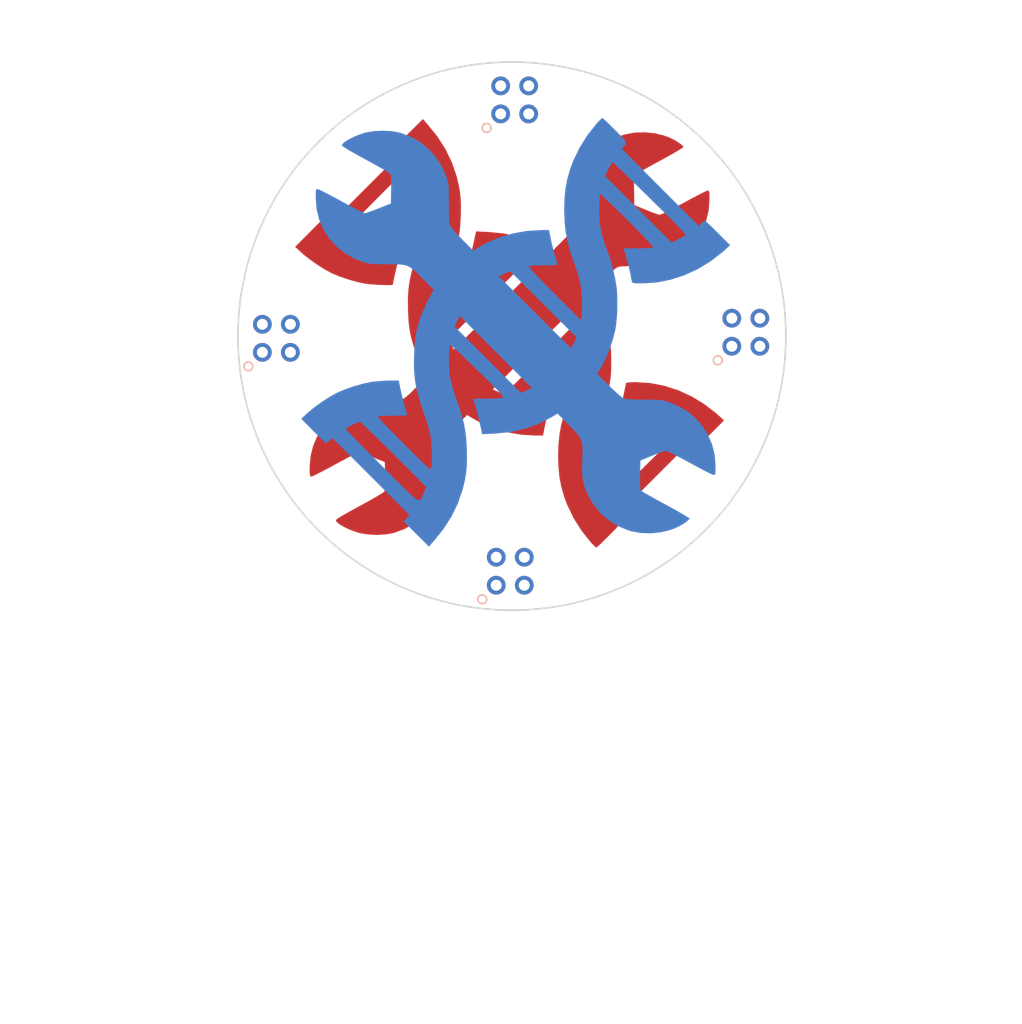
<source format=kicad_pcb>
(kicad_pcb (version 4) (host pcbnew 4.0.6+dfsg1-1)

  (general
    (links 12)
    (no_connects 12)
    (area 94.116316 137.286666 171.450001 210.500001)
    (thickness 1.6)
    (drawings 23)
    (tracks 0)
    (zones 0)
    (modules 8)
    (nets 5)
  )

  (page A4)
  (layers
    (0 F.Cu signal)
    (31 B.Cu signal)
    (32 B.Adhes user)
    (33 F.Adhes user)
    (34 B.Paste user)
    (35 F.Paste user)
    (36 B.SilkS user)
    (37 F.SilkS user)
    (38 B.Mask user)
    (39 F.Mask user)
    (40 Dwgs.User user hide)
    (41 Cmts.User user hide)
    (42 Eco1.User user hide)
    (43 Eco2.User user hide)
    (44 Edge.Cuts user)
    (45 Margin user hide)
    (46 B.CrtYd user hide)
    (47 F.CrtYd user hide)
    (48 B.Fab user hide)
    (49 F.Fab user hide)
  )

  (setup
    (last_trace_width 0.15)
    (user_trace_width 0.6)
    (user_trace_width 2)
    (user_trace_width 2.54)
    (trace_clearance 0.2)
    (zone_clearance 0.508)
    (zone_45_only no)
    (trace_min 0.15)
    (segment_width 0.2)
    (edge_width 0.15)
    (via_size 0.6)
    (via_drill 0.33)
    (via_min_size 0.4)
    (via_min_drill 0.3)
    (uvia_size 0.3)
    (uvia_drill 0.1)
    (uvias_allowed no)
    (uvia_min_size 0.2)
    (uvia_min_drill 0.1)
    (pcb_text_width 0.3)
    (pcb_text_size 1.5 1.5)
    (mod_edge_width 0.15)
    (mod_text_size 1 1)
    (mod_text_width 0.15)
    (pad_size 1.7 1.7)
    (pad_drill 1)
    (pad_to_mask_clearance 0.2)
    (aux_axis_origin 0 0)
    (visible_elements FFFCCE7F)
    (pcbplotparams
      (layerselection 0x010fc_80000001)
      (usegerberextensions true)
      (excludeedgelayer true)
      (linewidth 0.100000)
      (plotframeref false)
      (viasonmask false)
      (mode 1)
      (useauxorigin false)
      (hpglpennumber 1)
      (hpglpenspeed 20)
      (hpglpendiameter 15)
      (hpglpenoverlay 2)
      (psnegative false)
      (psa4output false)
      (plotreference true)
      (plotvalue true)
      (plotinvisibletext false)
      (padsonsilk false)
      (subtractmaskfromsilk false)
      (outputformat 1)
      (mirror false)
      (drillshape 0)
      (scaleselection 1)
      (outputdirectory output/))
  )

  (net 0 "")
  (net 1 +3V3)
  (net 2 GND)
  (net 3 SDA)
  (net 4 SCL)

  (net_class Default "This is the default net class."
    (clearance 0.2)
    (trace_width 0.15)
    (via_dia 0.6)
    (via_drill 0.33)
    (uvia_dia 0.3)
    (uvia_drill 0.1)
    (add_net +3V3)
    (add_net GND)
    (add_net SCL)
    (add_net SDA)
  )

  (module badgelife_dev_board:wrench-neg-mask (layer B.Cu) (tedit 0) (tstamp 5B656109)
    (at 145.9 156.1)
    (fp_text reference G*** (at 0 0) (layer B.SilkS) hide
      (effects (font (thickness 0.3)) (justify mirror))
    )
    (fp_text value LOGO (at 0.75 0) (layer B.SilkS) hide
      (effects (font (thickness 0.3)) (justify mirror))
    )
    (fp_poly (pts (xy -6.042095 19.685) (xy -5.132068 18.562609) (xy -4.385085 17.401601) (xy -3.798158 16.196638)
      (xy -3.368301 14.94238) (xy -3.34942 14.872846) (xy -3.179694 14.17359) (xy -3.064151 13.522668)
      (xy -2.997382 12.866647) (xy -2.973979 12.152095) (xy -2.988534 11.32558) (xy -2.98901 11.312162)
      (xy -3.03451 10.481413) (xy -3.114164 9.741602) (xy -3.238335 9.041243) (xy -3.417387 8.328848)
      (xy -3.661685 7.552933) (xy -3.857413 6.998275) (xy -4.113 6.272071) (xy -4.305575 5.657866)
      (xy -4.443315 5.114012) (xy -4.534394 4.598863) (xy -4.586989 4.070774) (xy -4.609275 3.488099)
      (xy -4.611603 3.156371) (xy -4.605167 2.664255) (xy -4.587518 2.269675) (xy -4.560269 1.996055)
      (xy -4.525031 1.866816) (xy -4.522686 1.864152) (xy -4.449609 1.88689) (xy -4.281504 2.011125)
      (xy -4.014526 2.240357) (xy -3.644833 2.578085) (xy -3.168578 3.027808) (xy -2.58192 3.593027)
      (xy -1.998887 4.161688) (xy -1.387091 4.762173) (xy -0.887409 5.255894) (xy -0.489982 5.653542)
      (xy -0.184949 5.965811) (xy 0.037549 6.203391) (xy 0.187372 6.376977) (xy 0.274381 6.497259)
      (xy 0.308434 6.574929) (xy 0.299393 6.620681) (xy 0.281827 6.634909) (xy 0.142368 6.666795)
      (xy -0.134564 6.693258) (xy -0.517143 6.712341) (xy -0.973544 6.722087) (xy -1.14986 6.722934)
      (xy -2.42672 6.72353) (xy -2.239821 7.277598) (xy -2.117293 7.683749) (xy -1.97639 8.224156)
      (xy -1.825183 8.865819) (xy -1.671742 9.57574) (xy -1.640506 9.727877) (xy -1.599228 9.930755)
      (xy -0.439781 9.878715) (xy 0.947852 9.73956) (xy 2.257856 9.450207) (xy 3.489814 9.010779)
      (xy 4.643309 8.421398) (xy 4.711075 8.380625) (xy 5.231151 8.064894) (xy 6.210556 9.048947)
      (xy 6.644813 9.489515) (xy 6.972778 9.845767) (xy 7.208364 10.152653) (xy 7.365483 10.445123)
      (xy 7.45805 10.758127) (xy 7.499977 11.126614) (xy 7.505177 11.585536) (xy 7.487563 12.169842)
      (xy 7.484602 12.249381) (xy 7.467504 12.950189) (xy 7.478509 13.522151) (xy 7.523791 14.004326)
      (xy 7.609525 14.435777) (xy 7.741884 14.855563) (xy 7.927042 15.302746) (xy 7.98833 15.436347)
      (xy 8.485001 16.306475) (xy 9.110113 17.07249) (xy 9.850814 17.723599) (xy 10.694249 18.249012)
      (xy 11.627565 18.637937) (xy 11.899482 18.719863) (xy 12.75753 18.880204) (xy 13.671656 18.912384)
      (xy 14.591677 18.820066) (xy 15.467412 18.606914) (xy 15.94639 18.424463) (xy 16.297322 18.252516)
      (xy 16.630291 18.06026) (xy 16.911866 17.870347) (xy 17.108617 17.70543) (xy 17.187111 17.58816)
      (xy 17.187333 17.583634) (xy 17.115635 17.518134) (xy 16.913167 17.384665) (xy 16.598873 17.194381)
      (xy 16.191691 16.958437) (xy 15.710564 16.687989) (xy 15.174433 16.39419) (xy 15.091833 16.349548)
      (xy 14.540393 16.050296) (xy 14.032523 15.771361) (xy 13.588945 15.524389) (xy 13.230383 15.321024)
      (xy 12.977559 15.172913) (xy 12.851195 15.091699) (xy 12.846092 15.087514) (xy 12.788795 15.021023)
      (xy 12.749108 14.92062) (xy 12.724661 14.759255) (xy 12.713085 14.509873) (xy 12.712011 14.145423)
      (xy 12.719069 13.638851) (xy 12.719092 13.637519) (xy 12.742333 12.319037) (xy 13.800666 11.881185)
      (xy 14.207036 11.718193) (xy 14.570944 11.58168) (xy 14.85703 11.484249) (xy 15.029934 11.438504)
      (xy 15.047791 11.436667) (xy 15.170045 11.474628) (xy 15.41835 11.585033) (xy 15.771263 11.757144)
      (xy 16.207339 11.980226) (xy 16.705133 12.243542) (xy 17.232885 12.530667) (xy 17.769056 12.823019)
      (xy 18.263042 13.086172) (xy 18.693697 13.309352) (xy 19.039872 13.481786) (xy 19.280419 13.592702)
      (xy 19.393594 13.631333) (xy 19.471611 13.617495) (xy 19.520182 13.554634) (xy 19.546177 13.410729)
      (xy 19.556462 13.15376) (xy 19.558 12.86488) (xy 19.480281 11.8393) (xy 19.245658 10.875629)
      (xy 18.851926 9.966919) (xy 18.418135 9.270974) (xy 17.790617 8.52855) (xy 17.051609 7.907125)
      (xy 16.193677 7.401249) (xy 15.431449 7.081334) (xy 15.167901 6.988977) (xy 14.947042 6.920936)
      (xy 14.735733 6.873406) (xy 14.500832 6.842586) (xy 14.209199 6.82467) (xy 13.827693 6.815855)
      (xy 13.323174 6.812339) (xy 13.081 6.811567) (xy 12.384687 6.803774) (xy 11.851299 6.784631)
      (xy 11.474785 6.753776) (xy 11.249092 6.710847) (xy 11.22038 6.700301) (xy 11.079102 6.607013)
      (xy 10.84417 6.414714) (xy 10.540447 6.145339) (xy 10.192795 5.82082) (xy 9.890592 5.527183)
      (xy 8.812758 4.460713) (xy 8.970541 4.239127) (xy 9.250806 3.783863) (xy 9.541372 3.202926)
      (xy 9.825638 2.537824) (xy 10.086999 1.830068) (xy 10.308856 1.121166) (xy 10.462862 0.508)
      (xy 10.544139 0.008885) (xy 10.604174 -0.608062) (xy 10.641352 -1.29248) (xy 10.654059 -1.99401)
      (xy 10.640678 -2.662292) (xy 10.599595 -3.246964) (xy 10.586866 -3.357867) (xy 10.473863 -4.066948)
      (xy 10.310319 -4.830105) (xy 10.111637 -5.586995) (xy 9.893216 -6.277274) (xy 9.736765 -6.688667)
      (xy 9.597427 -7.058649) (xy 9.445598 -7.518988) (xy 9.305344 -7.994698) (xy 9.247638 -8.212667)
      (xy 9.157018 -8.594331) (xy 9.094035 -8.930132) (xy 9.053768 -9.268013) (xy 9.031296 -9.655914)
      (xy 9.021696 -10.141779) (xy 9.020205 -10.428117) (xy 9.023171 -10.886866) (xy 9.033449 -11.285592)
      (xy 9.049647 -11.593711) (xy 9.070368 -11.780635) (xy 9.083749 -11.821311) (xy 9.156045 -11.778084)
      (xy 9.334371 -11.626698) (xy 9.605737 -11.379439) (xy 9.957147 -11.048595) (xy 10.375611 -10.646451)
      (xy 10.848134 -10.185293) (xy 11.361724 -9.677409) (xy 11.558411 -9.481256) (xy 12.237622 -8.798643)
      (xy 12.796008 -8.229238) (xy 13.236138 -7.770283) (xy 13.560577 -7.41902) (xy 13.771892 -7.17269)
      (xy 13.872652 -7.028534) (xy 13.879261 -6.987395) (xy 13.76147 -6.953529) (xy 13.497199 -6.926821)
      (xy 13.109204 -6.908707) (xy 12.620244 -6.900623) (xy 12.499859 -6.900333) (xy 11.207519 -6.900333)
      (xy 11.440038 -6.177287) (xy 11.572143 -5.726849) (xy 11.703819 -5.212903) (xy 11.808644 -4.739271)
      (xy 11.81711 -4.695621) (xy 11.884224 -4.347622) (xy 11.94158 -4.057901) (xy 11.980389 -3.870529)
      (xy 11.989508 -3.831167) (xy 12.061326 -3.778894) (xy 12.255601 -3.745304) (xy 12.589727 -3.72837)
      (xy 12.897918 -3.725333) (xy 14.187431 -3.808934) (xy 15.466278 -4.055608) (xy 16.719037 -4.45916)
      (xy 17.930284 -5.013398) (xy 19.084597 -5.712127) (xy 20.166552 -6.549154) (xy 20.362333 -6.723005)
      (xy 20.870333 -7.184034) (xy 19.770888 -8.291017) (xy 19.417982 -8.6421) (xy 19.103149 -8.947299)
      (xy 18.846616 -9.187648) (xy 18.668614 -9.344182) (xy 18.590187 -9.398) (xy 18.481779 -9.344078)
      (xy 18.314394 -9.21029) (xy 18.268811 -9.167949) (xy 18.02869 -8.937899) (xy 11.055732 -15.910857)
      (xy 11.23027 -16.104595) (xy 11.348379 -16.24041) (xy 11.419669 -16.356056) (xy 11.433119 -16.472859)
      (xy 11.377706 -16.612146) (xy 11.242408 -16.795243) (xy 11.016204 -17.043476) (xy 10.688071 -17.378171)
      (xy 10.447102 -17.619918) (xy 10.097122 -17.967636) (xy 9.78741 -18.269589) (xy 9.537903 -18.506804)
      (xy 9.368538 -18.660312) (xy 9.300151 -18.711333) (xy 9.220767 -18.652596) (xy 9.059631 -18.496094)
      (xy 8.846619 -18.271392) (xy 8.765393 -18.182167) (xy 7.952393 -17.16294) (xy 7.244923 -16.036753)
      (xy 6.667237 -14.845197) (xy 6.391125 -14.110558) (xy 6.2023 -13.458718) (xy 9.528577 -13.458718)
      (xy 9.84669 -14.101614) (xy 9.998513 -14.389844) (xy 10.129173 -14.604293) (xy 10.217503 -14.711452)
      (xy 10.235524 -14.717088) (xy 10.307435 -14.654125) (xy 10.488613 -14.48299) (xy 10.767894 -14.214549)
      (xy 11.134114 -13.859665) (xy 11.576106 -13.429203) (xy 12.082707 -12.934028) (xy 12.64275 -12.385005)
      (xy 13.245072 -11.792998) (xy 13.627826 -11.416051) (xy 14.344136 -10.709886) (xy 14.948616 -10.112928)
      (xy 15.450084 -9.615564) (xy 15.85736 -9.208185) (xy 16.179263 -8.881181) (xy 16.424614 -8.62494)
      (xy 16.60223 -8.429852) (xy 16.720932 -8.286306) (xy 16.789539 -8.184692) (xy 16.81687 -8.1154)
      (xy 16.811744 -8.068818) (xy 16.782981 -8.035336) (xy 16.75087 -8.012823) (xy 16.567638 -7.908331)
      (xy 16.295286 -7.769758) (xy 16.055339 -7.65608) (xy 15.558345 -7.42895) (xy 9.528577 -13.458718)
      (xy 6.2023 -13.458718) (xy 6.138061 -13.236962) (xy 5.967365 -12.356503) (xy 5.871445 -11.418004)
      (xy 5.842662 -10.414) (xy 5.871015 -9.402284) (xy 5.962664 -8.472096) (xy 6.127449 -7.57078)
      (xy 6.37521 -6.645681) (xy 6.715785 -5.644142) (xy 6.752368 -5.545667) (xy 7.052152 -4.673106)
      (xy 7.261946 -3.883364) (xy 7.392386 -3.123067) (xy 7.454106 -2.338842) (xy 7.462147 -1.983282)
      (xy 7.460436 -1.555132) (xy 7.449404 -1.16329) (xy 7.430909 -0.853403) (xy 7.409079 -0.68073)
      (xy 7.347544 -0.400561) (xy 4.94561 -2.801386) (xy 4.278251 -3.47252) (xy 3.719954 -4.042688)
      (xy 3.273298 -4.509129) (xy 2.940862 -4.86908) (xy 2.725226 -5.119779) (xy 2.628969 -5.258466)
      (xy 2.626248 -5.284782) (xy 2.737416 -5.314457) (xy 2.987767 -5.339185) (xy 3.347183 -5.35713)
      (xy 3.785543 -5.366451) (xy 3.979076 -5.367353) (xy 4.421094 -5.369463) (xy 4.796219 -5.375277)
      (xy 5.075188 -5.38402) (xy 5.228736 -5.39492) (xy 5.249333 -5.400943) (xy 5.22616 -5.490936)
      (xy 5.163672 -5.706784) (xy 5.07242 -6.012517) (xy 4.999718 -6.252099) (xy 4.868412 -6.713071)
      (xy 4.738254 -7.221591) (xy 4.631919 -7.687652) (xy 4.607132 -7.8105) (xy 4.46416 -8.551333)
      (xy 3.719873 -8.551333) (xy 2.456746 -8.474326) (xy 1.195071 -8.249533) (xy -0.030457 -7.886295)
      (xy -1.185139 -7.393953) (xy -1.778 -7.07119) (xy -2.413 -6.695238) (xy -3.352461 -7.644608)
      (xy -3.690327 -7.994451) (xy -3.996269 -8.326794) (xy -4.244734 -8.612725) (xy -4.410172 -8.823326)
      (xy -4.453128 -8.890156) (xy -4.507683 -9.00578) (xy -4.54849 -9.141269) (xy -4.577506 -9.321716)
      (xy -4.596685 -9.572219) (xy -4.607984 -9.917873) (xy -4.613357 -10.383774) (xy -4.614756 -10.964333)
      (xy -4.615686 -11.560313) (xy -4.620095 -12.016833) (xy -4.630892 -12.363766) (xy -4.650987 -12.630983)
      (xy -4.68329 -12.848357) (xy -4.73071 -13.045761) (xy -4.796156 -13.253067) (xy -4.853824 -13.418854)
      (xy -5.268054 -14.353393) (xy -5.812121 -15.19365) (xy -6.472611 -15.927278) (xy -7.236106 -16.541927)
      (xy -8.08919 -17.025249) (xy -9.018449 -17.364896) (xy -9.188673 -17.408829) (xy -9.843507 -17.517037)
      (xy -10.576025 -17.554764) (xy -11.317053 -17.522935) (xy -11.997421 -17.422477) (xy -12.219365 -17.368256)
      (xy -12.687919 -17.218317) (xy -13.144822 -17.036638) (xy -13.562128 -16.838261) (xy -13.911888 -16.638229)
      (xy -14.166155 -16.451586) (xy -14.296981 -16.293375) (xy -14.308516 -16.243754) (xy -14.242824 -16.162297)
      (xy -14.04297 -16.018442) (xy -13.704955 -15.809786) (xy -13.224779 -15.533923) (xy -12.598443 -15.188451)
      (xy -12.149003 -14.94578) (xy -11.592083 -14.643118) (xy -11.082452 -14.358786) (xy -10.639821 -14.104369)
      (xy -10.283904 -13.891451) (xy -10.034412 -13.731618) (xy -9.911057 -13.636454) (xy -9.903065 -13.625849)
      (xy -9.870968 -13.477516) (xy -9.848739 -13.187934) (xy -9.837618 -12.784966) (xy -9.838846 -12.296476)
      (xy -9.84023 -12.214489) (xy -9.863667 -10.964333) (xy -10.964334 -10.524116) (xy -11.375268 -10.363621)
      (xy -11.739136 -10.228678) (xy -12.022647 -10.131112) (xy -12.192506 -10.082749) (xy -12.215733 -10.079616)
      (xy -12.327605 -10.117875) (xy -12.566469 -10.227926) (xy -12.911389 -10.39915) (xy -13.34143 -10.620928)
      (xy -13.835656 -10.882643) (xy -14.373131 -11.173676) (xy -14.377377 -11.176) (xy -14.914855 -11.467337)
      (xy -15.408918 -11.729724) (xy -15.838688 -11.952507) (xy -16.183288 -12.125028) (xy -16.421841 -12.236633)
      (xy -16.53347 -12.276664) (xy -16.533812 -12.276667) (xy -16.601029 -12.25796) (xy -16.643928 -12.181815)
      (xy -16.667753 -12.018199) (xy -16.677751 -11.737074) (xy -16.679334 -11.443543) (xy -16.598742 -10.438785)
      (xy -16.363022 -9.487759) (xy -15.981254 -8.602855) (xy -15.462518 -7.796467) (xy -14.815895 -7.080986)
      (xy -14.050466 -6.468803) (xy -13.175312 -5.97231) (xy -12.46011 -5.685904) (xy -12.220283 -5.608839)
      (xy -12.004567 -5.552257) (xy -11.780221 -5.512944) (xy -11.514503 -5.487683) (xy -11.174671 -5.473259)
      (xy -10.727984 -5.466458) (xy -10.202334 -5.464185) (xy -9.58786 -5.461795) (xy -9.1087 -5.448184)
      (xy -8.730859 -5.409261) (xy -8.420341 -5.330935) (xy -8.143152 -5.199114) (xy -7.865295 -4.999708)
      (xy -7.552777 -4.718624) (xy -7.203165 -4.372979) (xy -0.096496 -4.372979) (xy 0.396252 -4.597869)
      (xy 0.657011 -4.714287) (xy 0.851157 -4.796132) (xy 0.93178 -4.824379) (xy 0.998222 -4.766623)
      (xy 1.172656 -4.600277) (xy 1.443555 -4.336706) (xy 1.799388 -3.987271) (xy 2.228628 -3.563336)
      (xy 2.719747 -3.076265) (xy 3.261216 -2.53742) (xy 3.841505 -1.958164) (xy 3.964228 -1.835443)
      (xy 6.953895 1.155115) (xy 6.741273 1.635891) (xy 6.620055 1.887002) (xy 6.516643 2.06098)
      (xy 6.46008 2.116667) (xy 6.388976 2.058471) (xy 6.209589 1.89117) (xy 5.933074 1.625691)
      (xy 5.570588 1.272962) (xy 5.133286 0.843911) (xy 4.632324 0.349465) (xy 4.078859 -0.199448)
      (xy 3.484046 -0.7919) (xy 3.147506 -1.128156) (xy -0.096496 -4.372979) (xy -7.203165 -4.372979)
      (xy -7.171601 -4.341774) (xy -6.946047 -4.114447) (xy -5.97576 -3.136675) (xy -6.168882 -2.817171)
      (xy -6.392711 -2.414437) (xy -6.63943 -1.918442) (xy -6.882985 -1.386491) (xy -7.097322 -0.875892)
      (xy -7.256384 -0.443951) (xy -7.276508 -0.381) (xy -7.437852 0.169679) (xy -7.438869 0.17387)
      (xy -4.101501 0.17387) (xy -3.872004 -0.294065) (xy -3.748725 -0.538617) (xy -3.656974 -0.707963)
      (xy -3.620008 -0.762) (xy -3.557685 -0.703892) (xy -3.386687 -0.536822) (xy -3.11797 -0.271674)
      (xy -2.762488 0.08067) (xy -2.331197 0.509328) (xy -1.835051 1.003418) (xy -1.285006 1.552055)
      (xy -0.692016 2.144359) (xy -0.341971 2.494362) (xy 2.913567 5.750724) (xy 2.420289 5.976554)
      (xy 1.927012 6.202383) (xy -4.101501 0.17387) (xy -7.438869 0.17387) (xy -7.557649 0.663036)
      (xy -7.643234 1.147135) (xy -7.701946 1.670038) (xy -7.74112 2.279809) (xy -7.761167 2.794)
      (xy -7.774638 3.520299) (xy -7.761388 4.172267) (xy -7.715617 4.781223) (xy -7.631526 5.378484)
      (xy -7.503315 5.995371) (xy -7.325185 6.663199) (xy -7.091337 7.413289) (xy -6.795972 8.276959)
      (xy -6.691218 8.572073) (xy -6.548889 9.004885) (xy -6.412474 9.477889) (xy -6.307657 9.900924)
      (xy -6.293258 9.969073) (xy -6.243586 10.293561) (xy -6.204149 10.706289) (xy -6.175659 11.171605)
      (xy -6.158824 11.653859) (xy -6.154356 12.117402) (xy -6.162964 12.526583) (xy -6.185359 12.845751)
      (xy -6.22225 13.039257) (xy -6.231687 13.060202) (xy -6.268148 13.080823) (xy -6.339583 13.05624)
      (xy -6.456359 12.977018) (xy -6.628842 12.833724) (xy -6.867399 12.616925) (xy -7.182396 12.317185)
      (xy -7.584199 11.925072) (xy -8.083175 11.431151) (xy -8.68969 10.825989) (xy -8.719219 10.796449)
      (xy -9.24127 10.271079) (xy -9.721229 9.782113) (xy -10.146797 9.34253) (xy -10.505675 8.965309)
      (xy -10.785562 8.663428) (xy -10.974158 8.449868) (xy -11.059164 8.337606) (xy -11.061928 8.324372)
      (xy -10.959093 8.302085) (xy -10.717686 8.282817) (xy -10.368461 8.268062) (xy -9.942171 8.259319)
      (xy -9.689931 8.257622) (xy -9.240992 8.254885) (xy -8.85852 8.249049) (xy -8.571357 8.240835)
      (xy -8.408343 8.230964) (xy -8.382031 8.224911) (xy -8.404968 8.135818) (xy -8.466173 7.924169)
      (xy -8.554188 7.629275) (xy -8.591769 7.505244) (xy -8.668797 7.23156) (xy -8.761178 6.872706)
      (xy -8.859965 6.467437) (xy -8.956211 6.054511) (xy -9.040969 5.672683) (xy -9.105293 5.360711)
      (xy -9.140236 5.157351) (xy -9.144001 5.113013) (xy -9.222716 5.087009) (xy -9.436373 5.074555)
      (xy -9.751233 5.074312) (xy -10.133559 5.084945) (xy -10.549615 5.105115) (xy -10.965663 5.133485)
      (xy -11.347966 5.168716) (xy -11.662788 5.209472) (xy -11.690248 5.213966) (xy -12.39477 5.362854)
      (xy -13.154729 5.575494) (xy -13.903592 5.830505) (xy -14.574825 6.106506) (xy -14.793046 6.211105)
      (xy -15.391255 6.54209) (xy -16.029769 6.945994) (xy -16.652427 7.384269) (xy -17.203069 7.818367)
      (xy -17.44166 8.029058) (xy -17.991667 8.539853) (xy -17.072857 9.463075) (xy -13.97 9.463075)
      (xy -13.899837 9.39554) (xy -13.718553 9.282201) (xy -13.469958 9.145595) (xy -13.197861 9.00826)
      (xy -12.946071 8.892732) (xy -12.758397 8.821551) (xy -12.699547 8.809498) (xy -12.61617 8.866917)
      (xy -12.425648 9.033215) (xy -12.139958 9.296923) (xy -11.771077 9.646572) (xy -11.330982 10.070691)
      (xy -10.83165 10.557811) (xy -10.285059 11.096464) (xy -9.703184 11.675179) (xy -9.615289 11.763044)
      (xy -6.658484 14.720754) (xy -6.88851 15.255544) (xy -6.972149 15.462351) (xy -7.041085 15.63931)
      (xy -7.105614 15.779804) (xy -7.176031 15.877215) (xy -7.262633 15.924926) (xy -7.375716 15.916318)
      (xy -7.525576 15.844774) (xy -7.722509 15.703677) (xy -7.97681 15.486408) (xy -8.298776 15.18635)
      (xy -8.698702 14.796886) (xy -9.186885 14.311398) (xy -9.773621 13.723268) (xy -10.469206 13.025878)
      (xy -10.669934 12.825067) (xy -11.286716 12.207331) (xy -11.865997 11.62501) (xy -12.396947 11.08914)
      (xy -12.868734 10.610755) (xy -13.270524 10.20089) (xy -13.591486 9.870582) (xy -13.820789 9.630865)
      (xy -13.9476 9.492775) (xy -13.97 9.463075) (xy -17.072857 9.463075) (xy -16.879171 9.65769)
      (xy -15.766674 10.775528) (xy -15.45477 10.537626) (xy -15.142865 10.299725) (xy -8.175089 17.267501)
      (xy -8.446472 17.547497) (xy -8.717854 17.827493) (xy -6.422394 20.108333) (xy -6.042095 19.685)) (layer B.Mask) (width 0.01))
  )

  (module mrmeeseeks:Badgelife-Shitty-2x2 (layer B.Cu) (tedit 5B64DA9E) (tstamp 5B6560A9)
    (at 147.35 135.75)
    (descr "Through hole angled pin header, 2x02, 2.54mm pitch, 6mm pin length, double rows")
    (tags "Through hole angled pin header THT 2x02 2.54mm double row")
    (path /5AC7B4BF)
    (fp_text reference X1 (at 0 0) (layer B.Fab)
      (effects (font (size 1 1) (thickness 0.15)) (justify mirror))
    )
    (fp_text value Badgelife_shitty_connector (at 0 -4.2) (layer B.Fab)
      (effects (font (size 1 1) (thickness 0.15)) (justify mirror))
    )
    (fp_line (start -25 -9) (end 25 -9) (layer B.Fab) (width 0.1))
    (fp_circle (center -2.54 2.54) (end -2.14 2.54) (layer B.SilkS) (width 0.15))
    (fp_line (start -25 41) (end -25 -9) (layer B.Fab) (width 0.1))
    (fp_line (start 25 41) (end 25 -9) (layer B.Fab) (width 0.1))
    (fp_line (start -25 41) (end 25 41) (layer B.Fab) (width 0.1))
    (pad 4 thru_hole circle (at 1.27 1.27) (size 1.7 1.7) (drill 1) (layers *.Cu *.Mask)
      (net 3 SDA))
    (pad 3 thru_hole oval (at 1.27 -1.27) (size 1.7 1.7) (drill 1) (layers *.Cu *.Mask)
      (net 4 SCL))
    (pad 1 thru_hole oval (at -1.27 1.27) (size 1.7 1.7) (drill 1) (layers *.Cu *.Mask)
      (net 1 +3V3))
    (pad 2 thru_hole oval (at -1.27 -1.27) (size 1.7 1.7) (drill 1) (layers *.Cu *.Mask)
      (net 2 GND))
  )

  (module mrmeeseeks:Badgelife-Shitty-2x2 (layer B.Cu) (tedit 5B64DA9E) (tstamp 5B65609C)
    (at 168.3 156.8)
    (descr "Through hole angled pin header, 2x02, 2.54mm pitch, 6mm pin length, double rows")
    (tags "Through hole angled pin header THT 2x02 2.54mm double row")
    (path /5AC7B4BF)
    (fp_text reference X1 (at 0 0) (layer B.Fab)
      (effects (font (size 1 1) (thickness 0.15)) (justify mirror))
    )
    (fp_text value Badgelife_shitty_connector (at 0 -4.2) (layer B.Fab)
      (effects (font (size 1 1) (thickness 0.15)) (justify mirror))
    )
    (fp_line (start -25 -9) (end 25 -9) (layer B.Fab) (width 0.1))
    (fp_circle (center -2.54 2.54) (end -2.14 2.54) (layer B.SilkS) (width 0.15))
    (fp_line (start -25 41) (end -25 -9) (layer B.Fab) (width 0.1))
    (fp_line (start 25 41) (end 25 -9) (layer B.Fab) (width 0.1))
    (fp_line (start -25 41) (end 25 41) (layer B.Fab) (width 0.1))
    (pad 4 thru_hole circle (at 1.27 1.27) (size 1.7 1.7) (drill 1) (layers *.Cu *.Mask)
      (net 3 SDA))
    (pad 3 thru_hole oval (at 1.27 -1.27) (size 1.7 1.7) (drill 1) (layers *.Cu *.Mask)
      (net 4 SCL))
    (pad 1 thru_hole oval (at -1.27 1.27) (size 1.7 1.7) (drill 1) (layers *.Cu *.Mask)
      (net 1 +3V3))
    (pad 2 thru_hole oval (at -1.27 -1.27) (size 1.7 1.7) (drill 1) (layers *.Cu *.Mask)
      (net 2 GND))
  )

  (module mrmeeseeks:Badgelife-Shitty-2x2 (layer B.Cu) (tedit 5B64DA9E) (tstamp 5B656087)
    (at 125.75 157.35)
    (descr "Through hole angled pin header, 2x02, 2.54mm pitch, 6mm pin length, double rows")
    (tags "Through hole angled pin header THT 2x02 2.54mm double row")
    (path /5AC7B4BF)
    (fp_text reference X1 (at 0 0) (layer B.Fab)
      (effects (font (size 1 1) (thickness 0.15)) (justify mirror))
    )
    (fp_text value Badgelife_shitty_connector (at 0 -4.2) (layer B.Fab)
      (effects (font (size 1 1) (thickness 0.15)) (justify mirror))
    )
    (fp_line (start -25 -9) (end 25 -9) (layer B.Fab) (width 0.1))
    (fp_circle (center -2.54 2.54) (end -2.14 2.54) (layer B.SilkS) (width 0.15))
    (fp_line (start -25 41) (end -25 -9) (layer B.Fab) (width 0.1))
    (fp_line (start 25 41) (end 25 -9) (layer B.Fab) (width 0.1))
    (fp_line (start -25 41) (end 25 41) (layer B.Fab) (width 0.1))
    (pad 4 thru_hole circle (at 1.27 1.27) (size 1.7 1.7) (drill 1) (layers *.Cu *.Mask)
      (net 3 SDA))
    (pad 3 thru_hole oval (at 1.27 -1.27) (size 1.7 1.7) (drill 1) (layers *.Cu *.Mask)
      (net 4 SCL))
    (pad 1 thru_hole oval (at -1.27 1.27) (size 1.7 1.7) (drill 1) (layers *.Cu *.Mask)
      (net 1 +3V3))
    (pad 2 thru_hole oval (at -1.27 -1.27) (size 1.7 1.7) (drill 1) (layers *.Cu *.Mask)
      (net 2 GND))
  )

  (module badgelife_dev_board:wrench-neg-mask (layer F.Cu) (tedit 0) (tstamp 5B655F48)
    (at 145.45 157.6)
    (fp_text reference G*** (at 0 0) (layer F.SilkS) hide
      (effects (font (thickness 0.3)))
    )
    (fp_text value LOGO (at 0.75 0) (layer F.SilkS) hide
      (effects (font (thickness 0.3)))
    )
    (fp_poly (pts (xy -6.042095 -19.685) (xy -5.132068 -18.562609) (xy -4.385085 -17.401601) (xy -3.798158 -16.196638)
      (xy -3.368301 -14.94238) (xy -3.34942 -14.872846) (xy -3.179694 -14.17359) (xy -3.064151 -13.522668)
      (xy -2.997382 -12.866647) (xy -2.973979 -12.152095) (xy -2.988534 -11.32558) (xy -2.98901 -11.312162)
      (xy -3.03451 -10.481413) (xy -3.114164 -9.741602) (xy -3.238335 -9.041243) (xy -3.417387 -8.328848)
      (xy -3.661685 -7.552933) (xy -3.857413 -6.998275) (xy -4.113 -6.272071) (xy -4.305575 -5.657866)
      (xy -4.443315 -5.114012) (xy -4.534394 -4.598863) (xy -4.586989 -4.070774) (xy -4.609275 -3.488099)
      (xy -4.611603 -3.156371) (xy -4.605167 -2.664255) (xy -4.587518 -2.269675) (xy -4.560269 -1.996055)
      (xy -4.525031 -1.866816) (xy -4.522686 -1.864152) (xy -4.449609 -1.88689) (xy -4.281504 -2.011125)
      (xy -4.014526 -2.240357) (xy -3.644833 -2.578085) (xy -3.168578 -3.027808) (xy -2.58192 -3.593027)
      (xy -1.998887 -4.161688) (xy -1.387091 -4.762173) (xy -0.887409 -5.255894) (xy -0.489982 -5.653542)
      (xy -0.184949 -5.965811) (xy 0.037549 -6.203391) (xy 0.187372 -6.376977) (xy 0.274381 -6.497259)
      (xy 0.308434 -6.574929) (xy 0.299393 -6.620681) (xy 0.281827 -6.634909) (xy 0.142368 -6.666795)
      (xy -0.134564 -6.693258) (xy -0.517143 -6.712341) (xy -0.973544 -6.722087) (xy -1.14986 -6.722934)
      (xy -2.42672 -6.72353) (xy -2.239821 -7.277598) (xy -2.117293 -7.683749) (xy -1.97639 -8.224156)
      (xy -1.825183 -8.865819) (xy -1.671742 -9.57574) (xy -1.640506 -9.727877) (xy -1.599228 -9.930755)
      (xy -0.439781 -9.878715) (xy 0.947852 -9.73956) (xy 2.257856 -9.450207) (xy 3.489814 -9.010779)
      (xy 4.643309 -8.421398) (xy 4.711075 -8.380625) (xy 5.231151 -8.064894) (xy 6.210556 -9.048947)
      (xy 6.644813 -9.489515) (xy 6.972778 -9.845767) (xy 7.208364 -10.152653) (xy 7.365483 -10.445123)
      (xy 7.45805 -10.758127) (xy 7.499977 -11.126614) (xy 7.505177 -11.585536) (xy 7.487563 -12.169842)
      (xy 7.484602 -12.249381) (xy 7.467504 -12.950189) (xy 7.478509 -13.522151) (xy 7.523791 -14.004326)
      (xy 7.609525 -14.435777) (xy 7.741884 -14.855563) (xy 7.927042 -15.302746) (xy 7.98833 -15.436347)
      (xy 8.485001 -16.306475) (xy 9.110113 -17.07249) (xy 9.850814 -17.723599) (xy 10.694249 -18.249012)
      (xy 11.627565 -18.637937) (xy 11.899482 -18.719863) (xy 12.75753 -18.880204) (xy 13.671656 -18.912384)
      (xy 14.591677 -18.820066) (xy 15.467412 -18.606914) (xy 15.94639 -18.424463) (xy 16.297322 -18.252516)
      (xy 16.630291 -18.06026) (xy 16.911866 -17.870347) (xy 17.108617 -17.70543) (xy 17.187111 -17.58816)
      (xy 17.187333 -17.583634) (xy 17.115635 -17.518134) (xy 16.913167 -17.384665) (xy 16.598873 -17.194381)
      (xy 16.191691 -16.958437) (xy 15.710564 -16.687989) (xy 15.174433 -16.39419) (xy 15.091833 -16.349548)
      (xy 14.540393 -16.050296) (xy 14.032523 -15.771361) (xy 13.588945 -15.524389) (xy 13.230383 -15.321024)
      (xy 12.977559 -15.172913) (xy 12.851195 -15.091699) (xy 12.846092 -15.087514) (xy 12.788795 -15.021023)
      (xy 12.749108 -14.92062) (xy 12.724661 -14.759255) (xy 12.713085 -14.509873) (xy 12.712011 -14.145423)
      (xy 12.719069 -13.638851) (xy 12.719092 -13.637519) (xy 12.742333 -12.319037) (xy 13.800666 -11.881185)
      (xy 14.207036 -11.718193) (xy 14.570944 -11.58168) (xy 14.85703 -11.484249) (xy 15.029934 -11.438504)
      (xy 15.047791 -11.436667) (xy 15.170045 -11.474628) (xy 15.41835 -11.585033) (xy 15.771263 -11.757144)
      (xy 16.207339 -11.980226) (xy 16.705133 -12.243542) (xy 17.232885 -12.530667) (xy 17.769056 -12.823019)
      (xy 18.263042 -13.086172) (xy 18.693697 -13.309352) (xy 19.039872 -13.481786) (xy 19.280419 -13.592702)
      (xy 19.393594 -13.631333) (xy 19.471611 -13.617495) (xy 19.520182 -13.554634) (xy 19.546177 -13.410729)
      (xy 19.556462 -13.15376) (xy 19.558 -12.86488) (xy 19.480281 -11.8393) (xy 19.245658 -10.875629)
      (xy 18.851926 -9.966919) (xy 18.418135 -9.270974) (xy 17.790617 -8.52855) (xy 17.051609 -7.907125)
      (xy 16.193677 -7.401249) (xy 15.431449 -7.081334) (xy 15.167901 -6.988977) (xy 14.947042 -6.920936)
      (xy 14.735733 -6.873406) (xy 14.500832 -6.842586) (xy 14.209199 -6.82467) (xy 13.827693 -6.815855)
      (xy 13.323174 -6.812339) (xy 13.081 -6.811567) (xy 12.384687 -6.803774) (xy 11.851299 -6.784631)
      (xy 11.474785 -6.753776) (xy 11.249092 -6.710847) (xy 11.22038 -6.700301) (xy 11.079102 -6.607013)
      (xy 10.84417 -6.414714) (xy 10.540447 -6.145339) (xy 10.192795 -5.82082) (xy 9.890592 -5.527183)
      (xy 8.812758 -4.460713) (xy 8.970541 -4.239127) (xy 9.250806 -3.783863) (xy 9.541372 -3.202926)
      (xy 9.825638 -2.537824) (xy 10.086999 -1.830068) (xy 10.308856 -1.121166) (xy 10.462862 -0.508)
      (xy 10.544139 -0.008885) (xy 10.604174 0.608062) (xy 10.641352 1.29248) (xy 10.654059 1.99401)
      (xy 10.640678 2.662292) (xy 10.599595 3.246964) (xy 10.586866 3.357867) (xy 10.473863 4.066948)
      (xy 10.310319 4.830105) (xy 10.111637 5.586995) (xy 9.893216 6.277274) (xy 9.736765 6.688667)
      (xy 9.597427 7.058649) (xy 9.445598 7.518988) (xy 9.305344 7.994698) (xy 9.247638 8.212667)
      (xy 9.157018 8.594331) (xy 9.094035 8.930132) (xy 9.053768 9.268013) (xy 9.031296 9.655914)
      (xy 9.021696 10.141779) (xy 9.020205 10.428117) (xy 9.023171 10.886866) (xy 9.033449 11.285592)
      (xy 9.049647 11.593711) (xy 9.070368 11.780635) (xy 9.083749 11.821311) (xy 9.156045 11.778084)
      (xy 9.334371 11.626698) (xy 9.605737 11.379439) (xy 9.957147 11.048595) (xy 10.375611 10.646451)
      (xy 10.848134 10.185293) (xy 11.361724 9.677409) (xy 11.558411 9.481256) (xy 12.237622 8.798643)
      (xy 12.796008 8.229238) (xy 13.236138 7.770283) (xy 13.560577 7.41902) (xy 13.771892 7.17269)
      (xy 13.872652 7.028534) (xy 13.879261 6.987395) (xy 13.76147 6.953529) (xy 13.497199 6.926821)
      (xy 13.109204 6.908707) (xy 12.620244 6.900623) (xy 12.499859 6.900333) (xy 11.207519 6.900333)
      (xy 11.440038 6.177287) (xy 11.572143 5.726849) (xy 11.703819 5.212903) (xy 11.808644 4.739271)
      (xy 11.81711 4.695621) (xy 11.884224 4.347622) (xy 11.94158 4.057901) (xy 11.980389 3.870529)
      (xy 11.989508 3.831167) (xy 12.061326 3.778894) (xy 12.255601 3.745304) (xy 12.589727 3.72837)
      (xy 12.897918 3.725333) (xy 14.187431 3.808934) (xy 15.466278 4.055608) (xy 16.719037 4.45916)
      (xy 17.930284 5.013398) (xy 19.084597 5.712127) (xy 20.166552 6.549154) (xy 20.362333 6.723005)
      (xy 20.870333 7.184034) (xy 19.770888 8.291017) (xy 19.417982 8.6421) (xy 19.103149 8.947299)
      (xy 18.846616 9.187648) (xy 18.668614 9.344182) (xy 18.590187 9.398) (xy 18.481779 9.344078)
      (xy 18.314394 9.21029) (xy 18.268811 9.167949) (xy 18.02869 8.937899) (xy 11.055732 15.910857)
      (xy 11.23027 16.104595) (xy 11.348379 16.24041) (xy 11.419669 16.356056) (xy 11.433119 16.472859)
      (xy 11.377706 16.612146) (xy 11.242408 16.795243) (xy 11.016204 17.043476) (xy 10.688071 17.378171)
      (xy 10.447102 17.619918) (xy 10.097122 17.967636) (xy 9.78741 18.269589) (xy 9.537903 18.506804)
      (xy 9.368538 18.660312) (xy 9.300151 18.711333) (xy 9.220767 18.652596) (xy 9.059631 18.496094)
      (xy 8.846619 18.271392) (xy 8.765393 18.182167) (xy 7.952393 17.16294) (xy 7.244923 16.036753)
      (xy 6.667237 14.845197) (xy 6.391125 14.110558) (xy 6.2023 13.458718) (xy 9.528577 13.458718)
      (xy 9.84669 14.101614) (xy 9.998513 14.389844) (xy 10.129173 14.604293) (xy 10.217503 14.711452)
      (xy 10.235524 14.717088) (xy 10.307435 14.654125) (xy 10.488613 14.48299) (xy 10.767894 14.214549)
      (xy 11.134114 13.859665) (xy 11.576106 13.429203) (xy 12.082707 12.934028) (xy 12.64275 12.385005)
      (xy 13.245072 11.792998) (xy 13.627826 11.416051) (xy 14.344136 10.709886) (xy 14.948616 10.112928)
      (xy 15.450084 9.615564) (xy 15.85736 9.208185) (xy 16.179263 8.881181) (xy 16.424614 8.62494)
      (xy 16.60223 8.429852) (xy 16.720932 8.286306) (xy 16.789539 8.184692) (xy 16.81687 8.1154)
      (xy 16.811744 8.068818) (xy 16.782981 8.035336) (xy 16.75087 8.012823) (xy 16.567638 7.908331)
      (xy 16.295286 7.769758) (xy 16.055339 7.65608) (xy 15.558345 7.42895) (xy 9.528577 13.458718)
      (xy 6.2023 13.458718) (xy 6.138061 13.236962) (xy 5.967365 12.356503) (xy 5.871445 11.418004)
      (xy 5.842662 10.414) (xy 5.871015 9.402284) (xy 5.962664 8.472096) (xy 6.127449 7.57078)
      (xy 6.37521 6.645681) (xy 6.715785 5.644142) (xy 6.752368 5.545667) (xy 7.052152 4.673106)
      (xy 7.261946 3.883364) (xy 7.392386 3.123067) (xy 7.454106 2.338842) (xy 7.462147 1.983282)
      (xy 7.460436 1.555132) (xy 7.449404 1.16329) (xy 7.430909 0.853403) (xy 7.409079 0.68073)
      (xy 7.347544 0.400561) (xy 4.94561 2.801386) (xy 4.278251 3.47252) (xy 3.719954 4.042688)
      (xy 3.273298 4.509129) (xy 2.940862 4.86908) (xy 2.725226 5.119779) (xy 2.628969 5.258466)
      (xy 2.626248 5.284782) (xy 2.737416 5.314457) (xy 2.987767 5.339185) (xy 3.347183 5.35713)
      (xy 3.785543 5.366451) (xy 3.979076 5.367353) (xy 4.421094 5.369463) (xy 4.796219 5.375277)
      (xy 5.075188 5.38402) (xy 5.228736 5.39492) (xy 5.249333 5.400943) (xy 5.22616 5.490936)
      (xy 5.163672 5.706784) (xy 5.07242 6.012517) (xy 4.999718 6.252099) (xy 4.868412 6.713071)
      (xy 4.738254 7.221591) (xy 4.631919 7.687652) (xy 4.607132 7.8105) (xy 4.46416 8.551333)
      (xy 3.719873 8.551333) (xy 2.456746 8.474326) (xy 1.195071 8.249533) (xy -0.030457 7.886295)
      (xy -1.185139 7.393953) (xy -1.778 7.07119) (xy -2.413 6.695238) (xy -3.352461 7.644608)
      (xy -3.690327 7.994451) (xy -3.996269 8.326794) (xy -4.244734 8.612725) (xy -4.410172 8.823326)
      (xy -4.453128 8.890156) (xy -4.507683 9.00578) (xy -4.54849 9.141269) (xy -4.577506 9.321716)
      (xy -4.596685 9.572219) (xy -4.607984 9.917873) (xy -4.613357 10.383774) (xy -4.614756 10.964333)
      (xy -4.615686 11.560313) (xy -4.620095 12.016833) (xy -4.630892 12.363766) (xy -4.650987 12.630983)
      (xy -4.68329 12.848357) (xy -4.73071 13.045761) (xy -4.796156 13.253067) (xy -4.853824 13.418854)
      (xy -5.268054 14.353393) (xy -5.812121 15.19365) (xy -6.472611 15.927278) (xy -7.236106 16.541927)
      (xy -8.08919 17.025249) (xy -9.018449 17.364896) (xy -9.188673 17.408829) (xy -9.843507 17.517037)
      (xy -10.576025 17.554764) (xy -11.317053 17.522935) (xy -11.997421 17.422477) (xy -12.219365 17.368256)
      (xy -12.687919 17.218317) (xy -13.144822 17.036638) (xy -13.562128 16.838261) (xy -13.911888 16.638229)
      (xy -14.166155 16.451586) (xy -14.296981 16.293375) (xy -14.308516 16.243754) (xy -14.242824 16.162297)
      (xy -14.04297 16.018442) (xy -13.704955 15.809786) (xy -13.224779 15.533923) (xy -12.598443 15.188451)
      (xy -12.149003 14.94578) (xy -11.592083 14.643118) (xy -11.082452 14.358786) (xy -10.639821 14.104369)
      (xy -10.283904 13.891451) (xy -10.034412 13.731618) (xy -9.911057 13.636454) (xy -9.903065 13.625849)
      (xy -9.870968 13.477516) (xy -9.848739 13.187934) (xy -9.837618 12.784966) (xy -9.838846 12.296476)
      (xy -9.84023 12.214489) (xy -9.863667 10.964333) (xy -10.964334 10.524116) (xy -11.375268 10.363621)
      (xy -11.739136 10.228678) (xy -12.022647 10.131112) (xy -12.192506 10.082749) (xy -12.215733 10.079616)
      (xy -12.327605 10.117875) (xy -12.566469 10.227926) (xy -12.911389 10.39915) (xy -13.34143 10.620928)
      (xy -13.835656 10.882643) (xy -14.373131 11.173676) (xy -14.377377 11.176) (xy -14.914855 11.467337)
      (xy -15.408918 11.729724) (xy -15.838688 11.952507) (xy -16.183288 12.125028) (xy -16.421841 12.236633)
      (xy -16.53347 12.276664) (xy -16.533812 12.276667) (xy -16.601029 12.25796) (xy -16.643928 12.181815)
      (xy -16.667753 12.018199) (xy -16.677751 11.737074) (xy -16.679334 11.443543) (xy -16.598742 10.438785)
      (xy -16.363022 9.487759) (xy -15.981254 8.602855) (xy -15.462518 7.796467) (xy -14.815895 7.080986)
      (xy -14.050466 6.468803) (xy -13.175312 5.97231) (xy -12.46011 5.685904) (xy -12.220283 5.608839)
      (xy -12.004567 5.552257) (xy -11.780221 5.512944) (xy -11.514503 5.487683) (xy -11.174671 5.473259)
      (xy -10.727984 5.466458) (xy -10.202334 5.464185) (xy -9.58786 5.461795) (xy -9.1087 5.448184)
      (xy -8.730859 5.409261) (xy -8.420341 5.330935) (xy -8.143152 5.199114) (xy -7.865295 4.999708)
      (xy -7.552777 4.718624) (xy -7.203165 4.372979) (xy -0.096496 4.372979) (xy 0.396252 4.597869)
      (xy 0.657011 4.714287) (xy 0.851157 4.796132) (xy 0.93178 4.824379) (xy 0.998222 4.766623)
      (xy 1.172656 4.600277) (xy 1.443555 4.336706) (xy 1.799388 3.987271) (xy 2.228628 3.563336)
      (xy 2.719747 3.076265) (xy 3.261216 2.53742) (xy 3.841505 1.958164) (xy 3.964228 1.835443)
      (xy 6.953895 -1.155115) (xy 6.741273 -1.635891) (xy 6.620055 -1.887002) (xy 6.516643 -2.06098)
      (xy 6.46008 -2.116667) (xy 6.388976 -2.058471) (xy 6.209589 -1.89117) (xy 5.933074 -1.625691)
      (xy 5.570588 -1.272962) (xy 5.133286 -0.843911) (xy 4.632324 -0.349465) (xy 4.078859 0.199448)
      (xy 3.484046 0.7919) (xy 3.147506 1.128156) (xy -0.096496 4.372979) (xy -7.203165 4.372979)
      (xy -7.171601 4.341774) (xy -6.946047 4.114447) (xy -5.97576 3.136675) (xy -6.168882 2.817171)
      (xy -6.392711 2.414437) (xy -6.63943 1.918442) (xy -6.882985 1.386491) (xy -7.097322 0.875892)
      (xy -7.256384 0.443951) (xy -7.276508 0.381) (xy -7.437852 -0.169679) (xy -7.438869 -0.17387)
      (xy -4.101501 -0.17387) (xy -3.872004 0.294065) (xy -3.748725 0.538617) (xy -3.656974 0.707963)
      (xy -3.620008 0.762) (xy -3.557685 0.703892) (xy -3.386687 0.536822) (xy -3.11797 0.271674)
      (xy -2.762488 -0.08067) (xy -2.331197 -0.509328) (xy -1.835051 -1.003418) (xy -1.285006 -1.552055)
      (xy -0.692016 -2.144359) (xy -0.341971 -2.494362) (xy 2.913567 -5.750724) (xy 2.420289 -5.976554)
      (xy 1.927012 -6.202383) (xy -4.101501 -0.17387) (xy -7.438869 -0.17387) (xy -7.557649 -0.663036)
      (xy -7.643234 -1.147135) (xy -7.701946 -1.670038) (xy -7.74112 -2.279809) (xy -7.761167 -2.794)
      (xy -7.774638 -3.520299) (xy -7.761388 -4.172267) (xy -7.715617 -4.781223) (xy -7.631526 -5.378484)
      (xy -7.503315 -5.995371) (xy -7.325185 -6.663199) (xy -7.091337 -7.413289) (xy -6.795972 -8.276959)
      (xy -6.691218 -8.572073) (xy -6.548889 -9.004885) (xy -6.412474 -9.477889) (xy -6.307657 -9.900924)
      (xy -6.293258 -9.969073) (xy -6.243586 -10.293561) (xy -6.204149 -10.706289) (xy -6.175659 -11.171605)
      (xy -6.158824 -11.653859) (xy -6.154356 -12.117402) (xy -6.162964 -12.526583) (xy -6.185359 -12.845751)
      (xy -6.22225 -13.039257) (xy -6.231687 -13.060202) (xy -6.268148 -13.080823) (xy -6.339583 -13.05624)
      (xy -6.456359 -12.977018) (xy -6.628842 -12.833724) (xy -6.867399 -12.616925) (xy -7.182396 -12.317185)
      (xy -7.584199 -11.925072) (xy -8.083175 -11.431151) (xy -8.68969 -10.825989) (xy -8.719219 -10.796449)
      (xy -9.24127 -10.271079) (xy -9.721229 -9.782113) (xy -10.146797 -9.34253) (xy -10.505675 -8.965309)
      (xy -10.785562 -8.663428) (xy -10.974158 -8.449868) (xy -11.059164 -8.337606) (xy -11.061928 -8.324372)
      (xy -10.959093 -8.302085) (xy -10.717686 -8.282817) (xy -10.368461 -8.268062) (xy -9.942171 -8.259319)
      (xy -9.689931 -8.257622) (xy -9.240992 -8.254885) (xy -8.85852 -8.249049) (xy -8.571357 -8.240835)
      (xy -8.408343 -8.230964) (xy -8.382031 -8.224911) (xy -8.404968 -8.135818) (xy -8.466173 -7.924169)
      (xy -8.554188 -7.629275) (xy -8.591769 -7.505244) (xy -8.668797 -7.23156) (xy -8.761178 -6.872706)
      (xy -8.859965 -6.467437) (xy -8.956211 -6.054511) (xy -9.040969 -5.672683) (xy -9.105293 -5.360711)
      (xy -9.140236 -5.157351) (xy -9.144001 -5.113013) (xy -9.222716 -5.087009) (xy -9.436373 -5.074555)
      (xy -9.751233 -5.074312) (xy -10.133559 -5.084945) (xy -10.549615 -5.105115) (xy -10.965663 -5.133485)
      (xy -11.347966 -5.168716) (xy -11.662788 -5.209472) (xy -11.690248 -5.213966) (xy -12.39477 -5.362854)
      (xy -13.154729 -5.575494) (xy -13.903592 -5.830505) (xy -14.574825 -6.106506) (xy -14.793046 -6.211105)
      (xy -15.391255 -6.54209) (xy -16.029769 -6.945994) (xy -16.652427 -7.384269) (xy -17.203069 -7.818367)
      (xy -17.44166 -8.029058) (xy -17.991667 -8.539853) (xy -17.072857 -9.463075) (xy -13.97 -9.463075)
      (xy -13.899837 -9.39554) (xy -13.718553 -9.282201) (xy -13.469958 -9.145595) (xy -13.197861 -9.00826)
      (xy -12.946071 -8.892732) (xy -12.758397 -8.821551) (xy -12.699547 -8.809498) (xy -12.61617 -8.866917)
      (xy -12.425648 -9.033215) (xy -12.139958 -9.296923) (xy -11.771077 -9.646572) (xy -11.330982 -10.070691)
      (xy -10.83165 -10.557811) (xy -10.285059 -11.096464) (xy -9.703184 -11.675179) (xy -9.615289 -11.763044)
      (xy -6.658484 -14.720754) (xy -6.88851 -15.255544) (xy -6.972149 -15.462351) (xy -7.041085 -15.63931)
      (xy -7.105614 -15.779804) (xy -7.176031 -15.877215) (xy -7.262633 -15.924926) (xy -7.375716 -15.916318)
      (xy -7.525576 -15.844774) (xy -7.722509 -15.703677) (xy -7.97681 -15.486408) (xy -8.298776 -15.18635)
      (xy -8.698702 -14.796886) (xy -9.186885 -14.311398) (xy -9.773621 -13.723268) (xy -10.469206 -13.025878)
      (xy -10.669934 -12.825067) (xy -11.286716 -12.207331) (xy -11.865997 -11.62501) (xy -12.396947 -11.08914)
      (xy -12.868734 -10.610755) (xy -13.270524 -10.20089) (xy -13.591486 -9.870582) (xy -13.820789 -9.630865)
      (xy -13.9476 -9.492775) (xy -13.97 -9.463075) (xy -17.072857 -9.463075) (xy -16.879171 -9.65769)
      (xy -15.766674 -10.775528) (xy -15.45477 -10.537626) (xy -15.142865 -10.299725) (xy -8.175089 -17.267501)
      (xy -8.446472 -17.547497) (xy -8.717854 -17.827493) (xy -6.422394 -20.108333) (xy -6.042095 -19.685)) (layer F.Mask) (width 0.01))
  )

  (module mrmeeseeks:Badgelife-Shitty-2x2 (layer B.Cu) (tedit 5B64DA9E) (tstamp 5AC7B485)
    (at 146.95 178.45)
    (descr "Through hole angled pin header, 2x02, 2.54mm pitch, 6mm pin length, double rows")
    (tags "Through hole angled pin header THT 2x02 2.54mm double row")
    (path /5AC7B4BF)
    (fp_text reference X1 (at 0 0) (layer B.Fab)
      (effects (font (size 1 1) (thickness 0.15)) (justify mirror))
    )
    (fp_text value Badgelife_shitty_connector (at 0 -4.2) (layer B.Fab)
      (effects (font (size 1 1) (thickness 0.15)) (justify mirror))
    )
    (fp_line (start -25 -9) (end 25 -9) (layer B.Fab) (width 0.1))
    (fp_circle (center -2.54 2.54) (end -2.14 2.54) (layer B.SilkS) (width 0.15))
    (fp_line (start -25 41) (end -25 -9) (layer B.Fab) (width 0.1))
    (fp_line (start 25 41) (end 25 -9) (layer B.Fab) (width 0.1))
    (fp_line (start -25 41) (end 25 41) (layer B.Fab) (width 0.1))
    (pad 4 thru_hole circle (at 1.27 1.27) (size 1.7 1.7) (drill 1) (layers *.Cu *.Mask)
      (net 3 SDA))
    (pad 3 thru_hole oval (at 1.27 -1.27) (size 1.7 1.7) (drill 1) (layers *.Cu *.Mask)
      (net 4 SCL))
    (pad 1 thru_hole oval (at -1.27 1.27) (size 1.7 1.7) (drill 1) (layers *.Cu *.Mask)
      (net 1 +3V3))
    (pad 2 thru_hole oval (at -1.27 -1.27) (size 1.7 1.7) (drill 1) (layers *.Cu *.Mask)
      (net 2 GND))
  )

  (module badgelife_dev_board:wrench-neg (layer F.Cu) (tedit 0) (tstamp 5B655D7E)
    (at 145.45 157.6)
    (fp_text reference G*** (at 0 0) (layer F.SilkS) hide
      (effects (font (thickness 0.3)))
    )
    (fp_text value LOGO (at 0.75 0) (layer F.SilkS) hide
      (effects (font (thickness 0.3)))
    )
    (fp_poly (pts (xy -6.042095 -19.685) (xy -5.132068 -18.562609) (xy -4.385085 -17.401601) (xy -3.798158 -16.196638)
      (xy -3.368301 -14.94238) (xy -3.34942 -14.872846) (xy -3.179694 -14.17359) (xy -3.064151 -13.522668)
      (xy -2.997382 -12.866647) (xy -2.973979 -12.152095) (xy -2.988534 -11.32558) (xy -2.98901 -11.312162)
      (xy -3.03451 -10.481413) (xy -3.114164 -9.741602) (xy -3.238335 -9.041243) (xy -3.417387 -8.328848)
      (xy -3.661685 -7.552933) (xy -3.857413 -6.998275) (xy -4.113 -6.272071) (xy -4.305575 -5.657866)
      (xy -4.443315 -5.114012) (xy -4.534394 -4.598863) (xy -4.586989 -4.070774) (xy -4.609275 -3.488099)
      (xy -4.611603 -3.156371) (xy -4.605167 -2.664255) (xy -4.587518 -2.269675) (xy -4.560269 -1.996055)
      (xy -4.525031 -1.866816) (xy -4.522686 -1.864152) (xy -4.449609 -1.88689) (xy -4.281504 -2.011125)
      (xy -4.014526 -2.240357) (xy -3.644833 -2.578085) (xy -3.168578 -3.027808) (xy -2.58192 -3.593027)
      (xy -1.998887 -4.161688) (xy -1.387091 -4.762173) (xy -0.887409 -5.255894) (xy -0.489982 -5.653542)
      (xy -0.184949 -5.965811) (xy 0.037549 -6.203391) (xy 0.187372 -6.376977) (xy 0.274381 -6.497259)
      (xy 0.308434 -6.574929) (xy 0.299393 -6.620681) (xy 0.281827 -6.634909) (xy 0.142368 -6.666795)
      (xy -0.134564 -6.693258) (xy -0.517143 -6.712341) (xy -0.973544 -6.722087) (xy -1.14986 -6.722934)
      (xy -2.42672 -6.72353) (xy -2.239821 -7.277598) (xy -2.117293 -7.683749) (xy -1.97639 -8.224156)
      (xy -1.825183 -8.865819) (xy -1.671742 -9.57574) (xy -1.640506 -9.727877) (xy -1.599228 -9.930755)
      (xy -0.439781 -9.878715) (xy 0.947852 -9.73956) (xy 2.257856 -9.450207) (xy 3.489814 -9.010779)
      (xy 4.643309 -8.421398) (xy 4.711075 -8.380625) (xy 5.231151 -8.064894) (xy 6.210556 -9.048947)
      (xy 6.644813 -9.489515) (xy 6.972778 -9.845767) (xy 7.208364 -10.152653) (xy 7.365483 -10.445123)
      (xy 7.45805 -10.758127) (xy 7.499977 -11.126614) (xy 7.505177 -11.585536) (xy 7.487563 -12.169842)
      (xy 7.484602 -12.249381) (xy 7.467504 -12.950189) (xy 7.478509 -13.522151) (xy 7.523791 -14.004326)
      (xy 7.609525 -14.435777) (xy 7.741884 -14.855563) (xy 7.927042 -15.302746) (xy 7.98833 -15.436347)
      (xy 8.485001 -16.306475) (xy 9.110113 -17.07249) (xy 9.850814 -17.723599) (xy 10.694249 -18.249012)
      (xy 11.627565 -18.637937) (xy 11.899482 -18.719863) (xy 12.75753 -18.880204) (xy 13.671656 -18.912384)
      (xy 14.591677 -18.820066) (xy 15.467412 -18.606914) (xy 15.94639 -18.424463) (xy 16.297322 -18.252516)
      (xy 16.630291 -18.06026) (xy 16.911866 -17.870347) (xy 17.108617 -17.70543) (xy 17.187111 -17.58816)
      (xy 17.187333 -17.583634) (xy 17.115635 -17.518134) (xy 16.913167 -17.384665) (xy 16.598873 -17.194381)
      (xy 16.191691 -16.958437) (xy 15.710564 -16.687989) (xy 15.174433 -16.39419) (xy 15.091833 -16.349548)
      (xy 14.540393 -16.050296) (xy 14.032523 -15.771361) (xy 13.588945 -15.524389) (xy 13.230383 -15.321024)
      (xy 12.977559 -15.172913) (xy 12.851195 -15.091699) (xy 12.846092 -15.087514) (xy 12.788795 -15.021023)
      (xy 12.749108 -14.92062) (xy 12.724661 -14.759255) (xy 12.713085 -14.509873) (xy 12.712011 -14.145423)
      (xy 12.719069 -13.638851) (xy 12.719092 -13.637519) (xy 12.742333 -12.319037) (xy 13.800666 -11.881185)
      (xy 14.207036 -11.718193) (xy 14.570944 -11.58168) (xy 14.85703 -11.484249) (xy 15.029934 -11.438504)
      (xy 15.047791 -11.436667) (xy 15.170045 -11.474628) (xy 15.41835 -11.585033) (xy 15.771263 -11.757144)
      (xy 16.207339 -11.980226) (xy 16.705133 -12.243542) (xy 17.232885 -12.530667) (xy 17.769056 -12.823019)
      (xy 18.263042 -13.086172) (xy 18.693697 -13.309352) (xy 19.039872 -13.481786) (xy 19.280419 -13.592702)
      (xy 19.393594 -13.631333) (xy 19.471611 -13.617495) (xy 19.520182 -13.554634) (xy 19.546177 -13.410729)
      (xy 19.556462 -13.15376) (xy 19.558 -12.86488) (xy 19.480281 -11.8393) (xy 19.245658 -10.875629)
      (xy 18.851926 -9.966919) (xy 18.418135 -9.270974) (xy 17.790617 -8.52855) (xy 17.051609 -7.907125)
      (xy 16.193677 -7.401249) (xy 15.431449 -7.081334) (xy 15.167901 -6.988977) (xy 14.947042 -6.920936)
      (xy 14.735733 -6.873406) (xy 14.500832 -6.842586) (xy 14.209199 -6.82467) (xy 13.827693 -6.815855)
      (xy 13.323174 -6.812339) (xy 13.081 -6.811567) (xy 12.384687 -6.803774) (xy 11.851299 -6.784631)
      (xy 11.474785 -6.753776) (xy 11.249092 -6.710847) (xy 11.22038 -6.700301) (xy 11.079102 -6.607013)
      (xy 10.84417 -6.414714) (xy 10.540447 -6.145339) (xy 10.192795 -5.82082) (xy 9.890592 -5.527183)
      (xy 8.812758 -4.460713) (xy 8.970541 -4.239127) (xy 9.250806 -3.783863) (xy 9.541372 -3.202926)
      (xy 9.825638 -2.537824) (xy 10.086999 -1.830068) (xy 10.308856 -1.121166) (xy 10.462862 -0.508)
      (xy 10.544139 -0.008885) (xy 10.604174 0.608062) (xy 10.641352 1.29248) (xy 10.654059 1.99401)
      (xy 10.640678 2.662292) (xy 10.599595 3.246964) (xy 10.586866 3.357867) (xy 10.473863 4.066948)
      (xy 10.310319 4.830105) (xy 10.111637 5.586995) (xy 9.893216 6.277274) (xy 9.736765 6.688667)
      (xy 9.597427 7.058649) (xy 9.445598 7.518988) (xy 9.305344 7.994698) (xy 9.247638 8.212667)
      (xy 9.157018 8.594331) (xy 9.094035 8.930132) (xy 9.053768 9.268013) (xy 9.031296 9.655914)
      (xy 9.021696 10.141779) (xy 9.020205 10.428117) (xy 9.023171 10.886866) (xy 9.033449 11.285592)
      (xy 9.049647 11.593711) (xy 9.070368 11.780635) (xy 9.083749 11.821311) (xy 9.156045 11.778084)
      (xy 9.334371 11.626698) (xy 9.605737 11.379439) (xy 9.957147 11.048595) (xy 10.375611 10.646451)
      (xy 10.848134 10.185293) (xy 11.361724 9.677409) (xy 11.558411 9.481256) (xy 12.237622 8.798643)
      (xy 12.796008 8.229238) (xy 13.236138 7.770283) (xy 13.560577 7.41902) (xy 13.771892 7.17269)
      (xy 13.872652 7.028534) (xy 13.879261 6.987395) (xy 13.76147 6.953529) (xy 13.497199 6.926821)
      (xy 13.109204 6.908707) (xy 12.620244 6.900623) (xy 12.499859 6.900333) (xy 11.207519 6.900333)
      (xy 11.440038 6.177287) (xy 11.572143 5.726849) (xy 11.703819 5.212903) (xy 11.808644 4.739271)
      (xy 11.81711 4.695621) (xy 11.884224 4.347622) (xy 11.94158 4.057901) (xy 11.980389 3.870529)
      (xy 11.989508 3.831167) (xy 12.061326 3.778894) (xy 12.255601 3.745304) (xy 12.589727 3.72837)
      (xy 12.897918 3.725333) (xy 14.187431 3.808934) (xy 15.466278 4.055608) (xy 16.719037 4.45916)
      (xy 17.930284 5.013398) (xy 19.084597 5.712127) (xy 20.166552 6.549154) (xy 20.362333 6.723005)
      (xy 20.870333 7.184034) (xy 19.770888 8.291017) (xy 19.417982 8.6421) (xy 19.103149 8.947299)
      (xy 18.846616 9.187648) (xy 18.668614 9.344182) (xy 18.590187 9.398) (xy 18.481779 9.344078)
      (xy 18.314394 9.21029) (xy 18.268811 9.167949) (xy 18.02869 8.937899) (xy 11.055732 15.910857)
      (xy 11.23027 16.104595) (xy 11.348379 16.24041) (xy 11.419669 16.356056) (xy 11.433119 16.472859)
      (xy 11.377706 16.612146) (xy 11.242408 16.795243) (xy 11.016204 17.043476) (xy 10.688071 17.378171)
      (xy 10.447102 17.619918) (xy 10.097122 17.967636) (xy 9.78741 18.269589) (xy 9.537903 18.506804)
      (xy 9.368538 18.660312) (xy 9.300151 18.711333) (xy 9.220767 18.652596) (xy 9.059631 18.496094)
      (xy 8.846619 18.271392) (xy 8.765393 18.182167) (xy 7.952393 17.16294) (xy 7.244923 16.036753)
      (xy 6.667237 14.845197) (xy 6.391125 14.110558) (xy 6.2023 13.458718) (xy 9.528577 13.458718)
      (xy 9.84669 14.101614) (xy 9.998513 14.389844) (xy 10.129173 14.604293) (xy 10.217503 14.711452)
      (xy 10.235524 14.717088) (xy 10.307435 14.654125) (xy 10.488613 14.48299) (xy 10.767894 14.214549)
      (xy 11.134114 13.859665) (xy 11.576106 13.429203) (xy 12.082707 12.934028) (xy 12.64275 12.385005)
      (xy 13.245072 11.792998) (xy 13.627826 11.416051) (xy 14.344136 10.709886) (xy 14.948616 10.112928)
      (xy 15.450084 9.615564) (xy 15.85736 9.208185) (xy 16.179263 8.881181) (xy 16.424614 8.62494)
      (xy 16.60223 8.429852) (xy 16.720932 8.286306) (xy 16.789539 8.184692) (xy 16.81687 8.1154)
      (xy 16.811744 8.068818) (xy 16.782981 8.035336) (xy 16.75087 8.012823) (xy 16.567638 7.908331)
      (xy 16.295286 7.769758) (xy 16.055339 7.65608) (xy 15.558345 7.42895) (xy 9.528577 13.458718)
      (xy 6.2023 13.458718) (xy 6.138061 13.236962) (xy 5.967365 12.356503) (xy 5.871445 11.418004)
      (xy 5.842662 10.414) (xy 5.871015 9.402284) (xy 5.962664 8.472096) (xy 6.127449 7.57078)
      (xy 6.37521 6.645681) (xy 6.715785 5.644142) (xy 6.752368 5.545667) (xy 7.052152 4.673106)
      (xy 7.261946 3.883364) (xy 7.392386 3.123067) (xy 7.454106 2.338842) (xy 7.462147 1.983282)
      (xy 7.460436 1.555132) (xy 7.449404 1.16329) (xy 7.430909 0.853403) (xy 7.409079 0.68073)
      (xy 7.347544 0.400561) (xy 4.94561 2.801386) (xy 4.278251 3.47252) (xy 3.719954 4.042688)
      (xy 3.273298 4.509129) (xy 2.940862 4.86908) (xy 2.725226 5.119779) (xy 2.628969 5.258466)
      (xy 2.626248 5.284782) (xy 2.737416 5.314457) (xy 2.987767 5.339185) (xy 3.347183 5.35713)
      (xy 3.785543 5.366451) (xy 3.979076 5.367353) (xy 4.421094 5.369463) (xy 4.796219 5.375277)
      (xy 5.075188 5.38402) (xy 5.228736 5.39492) (xy 5.249333 5.400943) (xy 5.22616 5.490936)
      (xy 5.163672 5.706784) (xy 5.07242 6.012517) (xy 4.999718 6.252099) (xy 4.868412 6.713071)
      (xy 4.738254 7.221591) (xy 4.631919 7.687652) (xy 4.607132 7.8105) (xy 4.46416 8.551333)
      (xy 3.719873 8.551333) (xy 2.456746 8.474326) (xy 1.195071 8.249533) (xy -0.030457 7.886295)
      (xy -1.185139 7.393953) (xy -1.778 7.07119) (xy -2.413 6.695238) (xy -3.352461 7.644608)
      (xy -3.690327 7.994451) (xy -3.996269 8.326794) (xy -4.244734 8.612725) (xy -4.410172 8.823326)
      (xy -4.453128 8.890156) (xy -4.507683 9.00578) (xy -4.54849 9.141269) (xy -4.577506 9.321716)
      (xy -4.596685 9.572219) (xy -4.607984 9.917873) (xy -4.613357 10.383774) (xy -4.614756 10.964333)
      (xy -4.615686 11.560313) (xy -4.620095 12.016833) (xy -4.630892 12.363766) (xy -4.650987 12.630983)
      (xy -4.68329 12.848357) (xy -4.73071 13.045761) (xy -4.796156 13.253067) (xy -4.853824 13.418854)
      (xy -5.268054 14.353393) (xy -5.812121 15.19365) (xy -6.472611 15.927278) (xy -7.236106 16.541927)
      (xy -8.08919 17.025249) (xy -9.018449 17.364896) (xy -9.188673 17.408829) (xy -9.843507 17.517037)
      (xy -10.576025 17.554764) (xy -11.317053 17.522935) (xy -11.997421 17.422477) (xy -12.219365 17.368256)
      (xy -12.687919 17.218317) (xy -13.144822 17.036638) (xy -13.562128 16.838261) (xy -13.911888 16.638229)
      (xy -14.166155 16.451586) (xy -14.296981 16.293375) (xy -14.308516 16.243754) (xy -14.242824 16.162297)
      (xy -14.04297 16.018442) (xy -13.704955 15.809786) (xy -13.224779 15.533923) (xy -12.598443 15.188451)
      (xy -12.149003 14.94578) (xy -11.592083 14.643118) (xy -11.082452 14.358786) (xy -10.639821 14.104369)
      (xy -10.283904 13.891451) (xy -10.034412 13.731618) (xy -9.911057 13.636454) (xy -9.903065 13.625849)
      (xy -9.870968 13.477516) (xy -9.848739 13.187934) (xy -9.837618 12.784966) (xy -9.838846 12.296476)
      (xy -9.84023 12.214489) (xy -9.863667 10.964333) (xy -10.964334 10.524116) (xy -11.375268 10.363621)
      (xy -11.739136 10.228678) (xy -12.022647 10.131112) (xy -12.192506 10.082749) (xy -12.215733 10.079616)
      (xy -12.327605 10.117875) (xy -12.566469 10.227926) (xy -12.911389 10.39915) (xy -13.34143 10.620928)
      (xy -13.835656 10.882643) (xy -14.373131 11.173676) (xy -14.377377 11.176) (xy -14.914855 11.467337)
      (xy -15.408918 11.729724) (xy -15.838688 11.952507) (xy -16.183288 12.125028) (xy -16.421841 12.236633)
      (xy -16.53347 12.276664) (xy -16.533812 12.276667) (xy -16.601029 12.25796) (xy -16.643928 12.181815)
      (xy -16.667753 12.018199) (xy -16.677751 11.737074) (xy -16.679334 11.443543) (xy -16.598742 10.438785)
      (xy -16.363022 9.487759) (xy -15.981254 8.602855) (xy -15.462518 7.796467) (xy -14.815895 7.080986)
      (xy -14.050466 6.468803) (xy -13.175312 5.97231) (xy -12.46011 5.685904) (xy -12.220283 5.608839)
      (xy -12.004567 5.552257) (xy -11.780221 5.512944) (xy -11.514503 5.487683) (xy -11.174671 5.473259)
      (xy -10.727984 5.466458) (xy -10.202334 5.464185) (xy -9.58786 5.461795) (xy -9.1087 5.448184)
      (xy -8.730859 5.409261) (xy -8.420341 5.330935) (xy -8.143152 5.199114) (xy -7.865295 4.999708)
      (xy -7.552777 4.718624) (xy -7.203165 4.372979) (xy -0.096496 4.372979) (xy 0.396252 4.597869)
      (xy 0.657011 4.714287) (xy 0.851157 4.796132) (xy 0.93178 4.824379) (xy 0.998222 4.766623)
      (xy 1.172656 4.600277) (xy 1.443555 4.336706) (xy 1.799388 3.987271) (xy 2.228628 3.563336)
      (xy 2.719747 3.076265) (xy 3.261216 2.53742) (xy 3.841505 1.958164) (xy 3.964228 1.835443)
      (xy 6.953895 -1.155115) (xy 6.741273 -1.635891) (xy 6.620055 -1.887002) (xy 6.516643 -2.06098)
      (xy 6.46008 -2.116667) (xy 6.388976 -2.058471) (xy 6.209589 -1.89117) (xy 5.933074 -1.625691)
      (xy 5.570588 -1.272962) (xy 5.133286 -0.843911) (xy 4.632324 -0.349465) (xy 4.078859 0.199448)
      (xy 3.484046 0.7919) (xy 3.147506 1.128156) (xy -0.096496 4.372979) (xy -7.203165 4.372979)
      (xy -7.171601 4.341774) (xy -6.946047 4.114447) (xy -5.97576 3.136675) (xy -6.168882 2.817171)
      (xy -6.392711 2.414437) (xy -6.63943 1.918442) (xy -6.882985 1.386491) (xy -7.097322 0.875892)
      (xy -7.256384 0.443951) (xy -7.276508 0.381) (xy -7.437852 -0.169679) (xy -7.438869 -0.17387)
      (xy -4.101501 -0.17387) (xy -3.872004 0.294065) (xy -3.748725 0.538617) (xy -3.656974 0.707963)
      (xy -3.620008 0.762) (xy -3.557685 0.703892) (xy -3.386687 0.536822) (xy -3.11797 0.271674)
      (xy -2.762488 -0.08067) (xy -2.331197 -0.509328) (xy -1.835051 -1.003418) (xy -1.285006 -1.552055)
      (xy -0.692016 -2.144359) (xy -0.341971 -2.494362) (xy 2.913567 -5.750724) (xy 2.420289 -5.976554)
      (xy 1.927012 -6.202383) (xy -4.101501 -0.17387) (xy -7.438869 -0.17387) (xy -7.557649 -0.663036)
      (xy -7.643234 -1.147135) (xy -7.701946 -1.670038) (xy -7.74112 -2.279809) (xy -7.761167 -2.794)
      (xy -7.774638 -3.520299) (xy -7.761388 -4.172267) (xy -7.715617 -4.781223) (xy -7.631526 -5.378484)
      (xy -7.503315 -5.995371) (xy -7.325185 -6.663199) (xy -7.091337 -7.413289) (xy -6.795972 -8.276959)
      (xy -6.691218 -8.572073) (xy -6.548889 -9.004885) (xy -6.412474 -9.477889) (xy -6.307657 -9.900924)
      (xy -6.293258 -9.969073) (xy -6.243586 -10.293561) (xy -6.204149 -10.706289) (xy -6.175659 -11.171605)
      (xy -6.158824 -11.653859) (xy -6.154356 -12.117402) (xy -6.162964 -12.526583) (xy -6.185359 -12.845751)
      (xy -6.22225 -13.039257) (xy -6.231687 -13.060202) (xy -6.268148 -13.080823) (xy -6.339583 -13.05624)
      (xy -6.456359 -12.977018) (xy -6.628842 -12.833724) (xy -6.867399 -12.616925) (xy -7.182396 -12.317185)
      (xy -7.584199 -11.925072) (xy -8.083175 -11.431151) (xy -8.68969 -10.825989) (xy -8.719219 -10.796449)
      (xy -9.24127 -10.271079) (xy -9.721229 -9.782113) (xy -10.146797 -9.34253) (xy -10.505675 -8.965309)
      (xy -10.785562 -8.663428) (xy -10.974158 -8.449868) (xy -11.059164 -8.337606) (xy -11.061928 -8.324372)
      (xy -10.959093 -8.302085) (xy -10.717686 -8.282817) (xy -10.368461 -8.268062) (xy -9.942171 -8.259319)
      (xy -9.689931 -8.257622) (xy -9.240992 -8.254885) (xy -8.85852 -8.249049) (xy -8.571357 -8.240835)
      (xy -8.408343 -8.230964) (xy -8.382031 -8.224911) (xy -8.404968 -8.135818) (xy -8.466173 -7.924169)
      (xy -8.554188 -7.629275) (xy -8.591769 -7.505244) (xy -8.668797 -7.23156) (xy -8.761178 -6.872706)
      (xy -8.859965 -6.467437) (xy -8.956211 -6.054511) (xy -9.040969 -5.672683) (xy -9.105293 -5.360711)
      (xy -9.140236 -5.157351) (xy -9.144001 -5.113013) (xy -9.222716 -5.087009) (xy -9.436373 -5.074555)
      (xy -9.751233 -5.074312) (xy -10.133559 -5.084945) (xy -10.549615 -5.105115) (xy -10.965663 -5.133485)
      (xy -11.347966 -5.168716) (xy -11.662788 -5.209472) (xy -11.690248 -5.213966) (xy -12.39477 -5.362854)
      (xy -13.154729 -5.575494) (xy -13.903592 -5.830505) (xy -14.574825 -6.106506) (xy -14.793046 -6.211105)
      (xy -15.391255 -6.54209) (xy -16.029769 -6.945994) (xy -16.652427 -7.384269) (xy -17.203069 -7.818367)
      (xy -17.44166 -8.029058) (xy -17.991667 -8.539853) (xy -17.072857 -9.463075) (xy -13.97 -9.463075)
      (xy -13.899837 -9.39554) (xy -13.718553 -9.282201) (xy -13.469958 -9.145595) (xy -13.197861 -9.00826)
      (xy -12.946071 -8.892732) (xy -12.758397 -8.821551) (xy -12.699547 -8.809498) (xy -12.61617 -8.866917)
      (xy -12.425648 -9.033215) (xy -12.139958 -9.296923) (xy -11.771077 -9.646572) (xy -11.330982 -10.070691)
      (xy -10.83165 -10.557811) (xy -10.285059 -11.096464) (xy -9.703184 -11.675179) (xy -9.615289 -11.763044)
      (xy -6.658484 -14.720754) (xy -6.88851 -15.255544) (xy -6.972149 -15.462351) (xy -7.041085 -15.63931)
      (xy -7.105614 -15.779804) (xy -7.176031 -15.877215) (xy -7.262633 -15.924926) (xy -7.375716 -15.916318)
      (xy -7.525576 -15.844774) (xy -7.722509 -15.703677) (xy -7.97681 -15.486408) (xy -8.298776 -15.18635)
      (xy -8.698702 -14.796886) (xy -9.186885 -14.311398) (xy -9.773621 -13.723268) (xy -10.469206 -13.025878)
      (xy -10.669934 -12.825067) (xy -11.286716 -12.207331) (xy -11.865997 -11.62501) (xy -12.396947 -11.08914)
      (xy -12.868734 -10.610755) (xy -13.270524 -10.20089) (xy -13.591486 -9.870582) (xy -13.820789 -9.630865)
      (xy -13.9476 -9.492775) (xy -13.97 -9.463075) (xy -17.072857 -9.463075) (xy -16.879171 -9.65769)
      (xy -15.766674 -10.775528) (xy -15.45477 -10.537626) (xy -15.142865 -10.299725) (xy -8.175089 -17.267501)
      (xy -8.446472 -17.547497) (xy -8.717854 -17.827493) (xy -6.422394 -20.108333) (xy -6.042095 -19.685)) (layer F.Cu) (width 0.01))
  )

  (module badgelife_dev_board:wrench-neg (layer B.Cu) (tedit 0) (tstamp 5B6562DA)
    (at 146 156.1)
    (fp_text reference G*** (at 0 0) (layer B.SilkS) hide
      (effects (font (thickness 0.3)) (justify mirror))
    )
    (fp_text value LOGO (at 0.75 0) (layer B.SilkS) hide
      (effects (font (thickness 0.3)) (justify mirror))
    )
    (fp_poly (pts (xy -6.042095 19.685) (xy -5.132068 18.562609) (xy -4.385085 17.401601) (xy -3.798158 16.196638)
      (xy -3.368301 14.94238) (xy -3.34942 14.872846) (xy -3.179694 14.17359) (xy -3.064151 13.522668)
      (xy -2.997382 12.866647) (xy -2.973979 12.152095) (xy -2.988534 11.32558) (xy -2.98901 11.312162)
      (xy -3.03451 10.481413) (xy -3.114164 9.741602) (xy -3.238335 9.041243) (xy -3.417387 8.328848)
      (xy -3.661685 7.552933) (xy -3.857413 6.998275) (xy -4.113 6.272071) (xy -4.305575 5.657866)
      (xy -4.443315 5.114012) (xy -4.534394 4.598863) (xy -4.586989 4.070774) (xy -4.609275 3.488099)
      (xy -4.611603 3.156371) (xy -4.605167 2.664255) (xy -4.587518 2.269675) (xy -4.560269 1.996055)
      (xy -4.525031 1.866816) (xy -4.522686 1.864152) (xy -4.449609 1.88689) (xy -4.281504 2.011125)
      (xy -4.014526 2.240357) (xy -3.644833 2.578085) (xy -3.168578 3.027808) (xy -2.58192 3.593027)
      (xy -1.998887 4.161688) (xy -1.387091 4.762173) (xy -0.887409 5.255894) (xy -0.489982 5.653542)
      (xy -0.184949 5.965811) (xy 0.037549 6.203391) (xy 0.187372 6.376977) (xy 0.274381 6.497259)
      (xy 0.308434 6.574929) (xy 0.299393 6.620681) (xy 0.281827 6.634909) (xy 0.142368 6.666795)
      (xy -0.134564 6.693258) (xy -0.517143 6.712341) (xy -0.973544 6.722087) (xy -1.14986 6.722934)
      (xy -2.42672 6.72353) (xy -2.239821 7.277598) (xy -2.117293 7.683749) (xy -1.97639 8.224156)
      (xy -1.825183 8.865819) (xy -1.671742 9.57574) (xy -1.640506 9.727877) (xy -1.599228 9.930755)
      (xy -0.439781 9.878715) (xy 0.947852 9.73956) (xy 2.257856 9.450207) (xy 3.489814 9.010779)
      (xy 4.643309 8.421398) (xy 4.711075 8.380625) (xy 5.231151 8.064894) (xy 6.210556 9.048947)
      (xy 6.644813 9.489515) (xy 6.972778 9.845767) (xy 7.208364 10.152653) (xy 7.365483 10.445123)
      (xy 7.45805 10.758127) (xy 7.499977 11.126614) (xy 7.505177 11.585536) (xy 7.487563 12.169842)
      (xy 7.484602 12.249381) (xy 7.467504 12.950189) (xy 7.478509 13.522151) (xy 7.523791 14.004326)
      (xy 7.609525 14.435777) (xy 7.741884 14.855563) (xy 7.927042 15.302746) (xy 7.98833 15.436347)
      (xy 8.485001 16.306475) (xy 9.110113 17.07249) (xy 9.850814 17.723599) (xy 10.694249 18.249012)
      (xy 11.627565 18.637937) (xy 11.899482 18.719863) (xy 12.75753 18.880204) (xy 13.671656 18.912384)
      (xy 14.591677 18.820066) (xy 15.467412 18.606914) (xy 15.94639 18.424463) (xy 16.297322 18.252516)
      (xy 16.630291 18.06026) (xy 16.911866 17.870347) (xy 17.108617 17.70543) (xy 17.187111 17.58816)
      (xy 17.187333 17.583634) (xy 17.115635 17.518134) (xy 16.913167 17.384665) (xy 16.598873 17.194381)
      (xy 16.191691 16.958437) (xy 15.710564 16.687989) (xy 15.174433 16.39419) (xy 15.091833 16.349548)
      (xy 14.540393 16.050296) (xy 14.032523 15.771361) (xy 13.588945 15.524389) (xy 13.230383 15.321024)
      (xy 12.977559 15.172913) (xy 12.851195 15.091699) (xy 12.846092 15.087514) (xy 12.788795 15.021023)
      (xy 12.749108 14.92062) (xy 12.724661 14.759255) (xy 12.713085 14.509873) (xy 12.712011 14.145423)
      (xy 12.719069 13.638851) (xy 12.719092 13.637519) (xy 12.742333 12.319037) (xy 13.800666 11.881185)
      (xy 14.207036 11.718193) (xy 14.570944 11.58168) (xy 14.85703 11.484249) (xy 15.029934 11.438504)
      (xy 15.047791 11.436667) (xy 15.170045 11.474628) (xy 15.41835 11.585033) (xy 15.771263 11.757144)
      (xy 16.207339 11.980226) (xy 16.705133 12.243542) (xy 17.232885 12.530667) (xy 17.769056 12.823019)
      (xy 18.263042 13.086172) (xy 18.693697 13.309352) (xy 19.039872 13.481786) (xy 19.280419 13.592702)
      (xy 19.393594 13.631333) (xy 19.471611 13.617495) (xy 19.520182 13.554634) (xy 19.546177 13.410729)
      (xy 19.556462 13.15376) (xy 19.558 12.86488) (xy 19.480281 11.8393) (xy 19.245658 10.875629)
      (xy 18.851926 9.966919) (xy 18.418135 9.270974) (xy 17.790617 8.52855) (xy 17.051609 7.907125)
      (xy 16.193677 7.401249) (xy 15.431449 7.081334) (xy 15.167901 6.988977) (xy 14.947042 6.920936)
      (xy 14.735733 6.873406) (xy 14.500832 6.842586) (xy 14.209199 6.82467) (xy 13.827693 6.815855)
      (xy 13.323174 6.812339) (xy 13.081 6.811567) (xy 12.384687 6.803774) (xy 11.851299 6.784631)
      (xy 11.474785 6.753776) (xy 11.249092 6.710847) (xy 11.22038 6.700301) (xy 11.079102 6.607013)
      (xy 10.84417 6.414714) (xy 10.540447 6.145339) (xy 10.192795 5.82082) (xy 9.890592 5.527183)
      (xy 8.812758 4.460713) (xy 8.970541 4.239127) (xy 9.250806 3.783863) (xy 9.541372 3.202926)
      (xy 9.825638 2.537824) (xy 10.086999 1.830068) (xy 10.308856 1.121166) (xy 10.462862 0.508)
      (xy 10.544139 0.008885) (xy 10.604174 -0.608062) (xy 10.641352 -1.29248) (xy 10.654059 -1.99401)
      (xy 10.640678 -2.662292) (xy 10.599595 -3.246964) (xy 10.586866 -3.357867) (xy 10.473863 -4.066948)
      (xy 10.310319 -4.830105) (xy 10.111637 -5.586995) (xy 9.893216 -6.277274) (xy 9.736765 -6.688667)
      (xy 9.597427 -7.058649) (xy 9.445598 -7.518988) (xy 9.305344 -7.994698) (xy 9.247638 -8.212667)
      (xy 9.157018 -8.594331) (xy 9.094035 -8.930132) (xy 9.053768 -9.268013) (xy 9.031296 -9.655914)
      (xy 9.021696 -10.141779) (xy 9.020205 -10.428117) (xy 9.023171 -10.886866) (xy 9.033449 -11.285592)
      (xy 9.049647 -11.593711) (xy 9.070368 -11.780635) (xy 9.083749 -11.821311) (xy 9.156045 -11.778084)
      (xy 9.334371 -11.626698) (xy 9.605737 -11.379439) (xy 9.957147 -11.048595) (xy 10.375611 -10.646451)
      (xy 10.848134 -10.185293) (xy 11.361724 -9.677409) (xy 11.558411 -9.481256) (xy 12.237622 -8.798643)
      (xy 12.796008 -8.229238) (xy 13.236138 -7.770283) (xy 13.560577 -7.41902) (xy 13.771892 -7.17269)
      (xy 13.872652 -7.028534) (xy 13.879261 -6.987395) (xy 13.76147 -6.953529) (xy 13.497199 -6.926821)
      (xy 13.109204 -6.908707) (xy 12.620244 -6.900623) (xy 12.499859 -6.900333) (xy 11.207519 -6.900333)
      (xy 11.440038 -6.177287) (xy 11.572143 -5.726849) (xy 11.703819 -5.212903) (xy 11.808644 -4.739271)
      (xy 11.81711 -4.695621) (xy 11.884224 -4.347622) (xy 11.94158 -4.057901) (xy 11.980389 -3.870529)
      (xy 11.989508 -3.831167) (xy 12.061326 -3.778894) (xy 12.255601 -3.745304) (xy 12.589727 -3.72837)
      (xy 12.897918 -3.725333) (xy 14.187431 -3.808934) (xy 15.466278 -4.055608) (xy 16.719037 -4.45916)
      (xy 17.930284 -5.013398) (xy 19.084597 -5.712127) (xy 20.166552 -6.549154) (xy 20.362333 -6.723005)
      (xy 20.870333 -7.184034) (xy 19.770888 -8.291017) (xy 19.417982 -8.6421) (xy 19.103149 -8.947299)
      (xy 18.846616 -9.187648) (xy 18.668614 -9.344182) (xy 18.590187 -9.398) (xy 18.481779 -9.344078)
      (xy 18.314394 -9.21029) (xy 18.268811 -9.167949) (xy 18.02869 -8.937899) (xy 11.055732 -15.910857)
      (xy 11.23027 -16.104595) (xy 11.348379 -16.24041) (xy 11.419669 -16.356056) (xy 11.433119 -16.472859)
      (xy 11.377706 -16.612146) (xy 11.242408 -16.795243) (xy 11.016204 -17.043476) (xy 10.688071 -17.378171)
      (xy 10.447102 -17.619918) (xy 10.097122 -17.967636) (xy 9.78741 -18.269589) (xy 9.537903 -18.506804)
      (xy 9.368538 -18.660312) (xy 9.300151 -18.711333) (xy 9.220767 -18.652596) (xy 9.059631 -18.496094)
      (xy 8.846619 -18.271392) (xy 8.765393 -18.182167) (xy 7.952393 -17.16294) (xy 7.244923 -16.036753)
      (xy 6.667237 -14.845197) (xy 6.391125 -14.110558) (xy 6.2023 -13.458718) (xy 9.528577 -13.458718)
      (xy 9.84669 -14.101614) (xy 9.998513 -14.389844) (xy 10.129173 -14.604293) (xy 10.217503 -14.711452)
      (xy 10.235524 -14.717088) (xy 10.307435 -14.654125) (xy 10.488613 -14.48299) (xy 10.767894 -14.214549)
      (xy 11.134114 -13.859665) (xy 11.576106 -13.429203) (xy 12.082707 -12.934028) (xy 12.64275 -12.385005)
      (xy 13.245072 -11.792998) (xy 13.627826 -11.416051) (xy 14.344136 -10.709886) (xy 14.948616 -10.112928)
      (xy 15.450084 -9.615564) (xy 15.85736 -9.208185) (xy 16.179263 -8.881181) (xy 16.424614 -8.62494)
      (xy 16.60223 -8.429852) (xy 16.720932 -8.286306) (xy 16.789539 -8.184692) (xy 16.81687 -8.1154)
      (xy 16.811744 -8.068818) (xy 16.782981 -8.035336) (xy 16.75087 -8.012823) (xy 16.567638 -7.908331)
      (xy 16.295286 -7.769758) (xy 16.055339 -7.65608) (xy 15.558345 -7.42895) (xy 9.528577 -13.458718)
      (xy 6.2023 -13.458718) (xy 6.138061 -13.236962) (xy 5.967365 -12.356503) (xy 5.871445 -11.418004)
      (xy 5.842662 -10.414) (xy 5.871015 -9.402284) (xy 5.962664 -8.472096) (xy 6.127449 -7.57078)
      (xy 6.37521 -6.645681) (xy 6.715785 -5.644142) (xy 6.752368 -5.545667) (xy 7.052152 -4.673106)
      (xy 7.261946 -3.883364) (xy 7.392386 -3.123067) (xy 7.454106 -2.338842) (xy 7.462147 -1.983282)
      (xy 7.460436 -1.555132) (xy 7.449404 -1.16329) (xy 7.430909 -0.853403) (xy 7.409079 -0.68073)
      (xy 7.347544 -0.400561) (xy 4.94561 -2.801386) (xy 4.278251 -3.47252) (xy 3.719954 -4.042688)
      (xy 3.273298 -4.509129) (xy 2.940862 -4.86908) (xy 2.725226 -5.119779) (xy 2.628969 -5.258466)
      (xy 2.626248 -5.284782) (xy 2.737416 -5.314457) (xy 2.987767 -5.339185) (xy 3.347183 -5.35713)
      (xy 3.785543 -5.366451) (xy 3.979076 -5.367353) (xy 4.421094 -5.369463) (xy 4.796219 -5.375277)
      (xy 5.075188 -5.38402) (xy 5.228736 -5.39492) (xy 5.249333 -5.400943) (xy 5.22616 -5.490936)
      (xy 5.163672 -5.706784) (xy 5.07242 -6.012517) (xy 4.999718 -6.252099) (xy 4.868412 -6.713071)
      (xy 4.738254 -7.221591) (xy 4.631919 -7.687652) (xy 4.607132 -7.8105) (xy 4.46416 -8.551333)
      (xy 3.719873 -8.551333) (xy 2.456746 -8.474326) (xy 1.195071 -8.249533) (xy -0.030457 -7.886295)
      (xy -1.185139 -7.393953) (xy -1.778 -7.07119) (xy -2.413 -6.695238) (xy -3.352461 -7.644608)
      (xy -3.690327 -7.994451) (xy -3.996269 -8.326794) (xy -4.244734 -8.612725) (xy -4.410172 -8.823326)
      (xy -4.453128 -8.890156) (xy -4.507683 -9.00578) (xy -4.54849 -9.141269) (xy -4.577506 -9.321716)
      (xy -4.596685 -9.572219) (xy -4.607984 -9.917873) (xy -4.613357 -10.383774) (xy -4.614756 -10.964333)
      (xy -4.615686 -11.560313) (xy -4.620095 -12.016833) (xy -4.630892 -12.363766) (xy -4.650987 -12.630983)
      (xy -4.68329 -12.848357) (xy -4.73071 -13.045761) (xy -4.796156 -13.253067) (xy -4.853824 -13.418854)
      (xy -5.268054 -14.353393) (xy -5.812121 -15.19365) (xy -6.472611 -15.927278) (xy -7.236106 -16.541927)
      (xy -8.08919 -17.025249) (xy -9.018449 -17.364896) (xy -9.188673 -17.408829) (xy -9.843507 -17.517037)
      (xy -10.576025 -17.554764) (xy -11.317053 -17.522935) (xy -11.997421 -17.422477) (xy -12.219365 -17.368256)
      (xy -12.687919 -17.218317) (xy -13.144822 -17.036638) (xy -13.562128 -16.838261) (xy -13.911888 -16.638229)
      (xy -14.166155 -16.451586) (xy -14.296981 -16.293375) (xy -14.308516 -16.243754) (xy -14.242824 -16.162297)
      (xy -14.04297 -16.018442) (xy -13.704955 -15.809786) (xy -13.224779 -15.533923) (xy -12.598443 -15.188451)
      (xy -12.149003 -14.94578) (xy -11.592083 -14.643118) (xy -11.082452 -14.358786) (xy -10.639821 -14.104369)
      (xy -10.283904 -13.891451) (xy -10.034412 -13.731618) (xy -9.911057 -13.636454) (xy -9.903065 -13.625849)
      (xy -9.870968 -13.477516) (xy -9.848739 -13.187934) (xy -9.837618 -12.784966) (xy -9.838846 -12.296476)
      (xy -9.84023 -12.214489) (xy -9.863667 -10.964333) (xy -10.964334 -10.524116) (xy -11.375268 -10.363621)
      (xy -11.739136 -10.228678) (xy -12.022647 -10.131112) (xy -12.192506 -10.082749) (xy -12.215733 -10.079616)
      (xy -12.327605 -10.117875) (xy -12.566469 -10.227926) (xy -12.911389 -10.39915) (xy -13.34143 -10.620928)
      (xy -13.835656 -10.882643) (xy -14.373131 -11.173676) (xy -14.377377 -11.176) (xy -14.914855 -11.467337)
      (xy -15.408918 -11.729724) (xy -15.838688 -11.952507) (xy -16.183288 -12.125028) (xy -16.421841 -12.236633)
      (xy -16.53347 -12.276664) (xy -16.533812 -12.276667) (xy -16.601029 -12.25796) (xy -16.643928 -12.181815)
      (xy -16.667753 -12.018199) (xy -16.677751 -11.737074) (xy -16.679334 -11.443543) (xy -16.598742 -10.438785)
      (xy -16.363022 -9.487759) (xy -15.981254 -8.602855) (xy -15.462518 -7.796467) (xy -14.815895 -7.080986)
      (xy -14.050466 -6.468803) (xy -13.175312 -5.97231) (xy -12.46011 -5.685904) (xy -12.220283 -5.608839)
      (xy -12.004567 -5.552257) (xy -11.780221 -5.512944) (xy -11.514503 -5.487683) (xy -11.174671 -5.473259)
      (xy -10.727984 -5.466458) (xy -10.202334 -5.464185) (xy -9.58786 -5.461795) (xy -9.1087 -5.448184)
      (xy -8.730859 -5.409261) (xy -8.420341 -5.330935) (xy -8.143152 -5.199114) (xy -7.865295 -4.999708)
      (xy -7.552777 -4.718624) (xy -7.203165 -4.372979) (xy -0.096496 -4.372979) (xy 0.396252 -4.597869)
      (xy 0.657011 -4.714287) (xy 0.851157 -4.796132) (xy 0.93178 -4.824379) (xy 0.998222 -4.766623)
      (xy 1.172656 -4.600277) (xy 1.443555 -4.336706) (xy 1.799388 -3.987271) (xy 2.228628 -3.563336)
      (xy 2.719747 -3.076265) (xy 3.261216 -2.53742) (xy 3.841505 -1.958164) (xy 3.964228 -1.835443)
      (xy 6.953895 1.155115) (xy 6.741273 1.635891) (xy 6.620055 1.887002) (xy 6.516643 2.06098)
      (xy 6.46008 2.116667) (xy 6.388976 2.058471) (xy 6.209589 1.89117) (xy 5.933074 1.625691)
      (xy 5.570588 1.272962) (xy 5.133286 0.843911) (xy 4.632324 0.349465) (xy 4.078859 -0.199448)
      (xy 3.484046 -0.7919) (xy 3.147506 -1.128156) (xy -0.096496 -4.372979) (xy -7.203165 -4.372979)
      (xy -7.171601 -4.341774) (xy -6.946047 -4.114447) (xy -5.97576 -3.136675) (xy -6.168882 -2.817171)
      (xy -6.392711 -2.414437) (xy -6.63943 -1.918442) (xy -6.882985 -1.386491) (xy -7.097322 -0.875892)
      (xy -7.256384 -0.443951) (xy -7.276508 -0.381) (xy -7.437852 0.169679) (xy -7.438869 0.17387)
      (xy -4.101501 0.17387) (xy -3.872004 -0.294065) (xy -3.748725 -0.538617) (xy -3.656974 -0.707963)
      (xy -3.620008 -0.762) (xy -3.557685 -0.703892) (xy -3.386687 -0.536822) (xy -3.11797 -0.271674)
      (xy -2.762488 0.08067) (xy -2.331197 0.509328) (xy -1.835051 1.003418) (xy -1.285006 1.552055)
      (xy -0.692016 2.144359) (xy -0.341971 2.494362) (xy 2.913567 5.750724) (xy 2.420289 5.976554)
      (xy 1.927012 6.202383) (xy -4.101501 0.17387) (xy -7.438869 0.17387) (xy -7.557649 0.663036)
      (xy -7.643234 1.147135) (xy -7.701946 1.670038) (xy -7.74112 2.279809) (xy -7.761167 2.794)
      (xy -7.774638 3.520299) (xy -7.761388 4.172267) (xy -7.715617 4.781223) (xy -7.631526 5.378484)
      (xy -7.503315 5.995371) (xy -7.325185 6.663199) (xy -7.091337 7.413289) (xy -6.795972 8.276959)
      (xy -6.691218 8.572073) (xy -6.548889 9.004885) (xy -6.412474 9.477889) (xy -6.307657 9.900924)
      (xy -6.293258 9.969073) (xy -6.243586 10.293561) (xy -6.204149 10.706289) (xy -6.175659 11.171605)
      (xy -6.158824 11.653859) (xy -6.154356 12.117402) (xy -6.162964 12.526583) (xy -6.185359 12.845751)
      (xy -6.22225 13.039257) (xy -6.231687 13.060202) (xy -6.268148 13.080823) (xy -6.339583 13.05624)
      (xy -6.456359 12.977018) (xy -6.628842 12.833724) (xy -6.867399 12.616925) (xy -7.182396 12.317185)
      (xy -7.584199 11.925072) (xy -8.083175 11.431151) (xy -8.68969 10.825989) (xy -8.719219 10.796449)
      (xy -9.24127 10.271079) (xy -9.721229 9.782113) (xy -10.146797 9.34253) (xy -10.505675 8.965309)
      (xy -10.785562 8.663428) (xy -10.974158 8.449868) (xy -11.059164 8.337606) (xy -11.061928 8.324372)
      (xy -10.959093 8.302085) (xy -10.717686 8.282817) (xy -10.368461 8.268062) (xy -9.942171 8.259319)
      (xy -9.689931 8.257622) (xy -9.240992 8.254885) (xy -8.85852 8.249049) (xy -8.571357 8.240835)
      (xy -8.408343 8.230964) (xy -8.382031 8.224911) (xy -8.404968 8.135818) (xy -8.466173 7.924169)
      (xy -8.554188 7.629275) (xy -8.591769 7.505244) (xy -8.668797 7.23156) (xy -8.761178 6.872706)
      (xy -8.859965 6.467437) (xy -8.956211 6.054511) (xy -9.040969 5.672683) (xy -9.105293 5.360711)
      (xy -9.140236 5.157351) (xy -9.144001 5.113013) (xy -9.222716 5.087009) (xy -9.436373 5.074555)
      (xy -9.751233 5.074312) (xy -10.133559 5.084945) (xy -10.549615 5.105115) (xy -10.965663 5.133485)
      (xy -11.347966 5.168716) (xy -11.662788 5.209472) (xy -11.690248 5.213966) (xy -12.39477 5.362854)
      (xy -13.154729 5.575494) (xy -13.903592 5.830505) (xy -14.574825 6.106506) (xy -14.793046 6.211105)
      (xy -15.391255 6.54209) (xy -16.029769 6.945994) (xy -16.652427 7.384269) (xy -17.203069 7.818367)
      (xy -17.44166 8.029058) (xy -17.991667 8.539853) (xy -17.072857 9.463075) (xy -13.97 9.463075)
      (xy -13.899837 9.39554) (xy -13.718553 9.282201) (xy -13.469958 9.145595) (xy -13.197861 9.00826)
      (xy -12.946071 8.892732) (xy -12.758397 8.821551) (xy -12.699547 8.809498) (xy -12.61617 8.866917)
      (xy -12.425648 9.033215) (xy -12.139958 9.296923) (xy -11.771077 9.646572) (xy -11.330982 10.070691)
      (xy -10.83165 10.557811) (xy -10.285059 11.096464) (xy -9.703184 11.675179) (xy -9.615289 11.763044)
      (xy -6.658484 14.720754) (xy -6.88851 15.255544) (xy -6.972149 15.462351) (xy -7.041085 15.63931)
      (xy -7.105614 15.779804) (xy -7.176031 15.877215) (xy -7.262633 15.924926) (xy -7.375716 15.916318)
      (xy -7.525576 15.844774) (xy -7.722509 15.703677) (xy -7.97681 15.486408) (xy -8.298776 15.18635)
      (xy -8.698702 14.796886) (xy -9.186885 14.311398) (xy -9.773621 13.723268) (xy -10.469206 13.025878)
      (xy -10.669934 12.825067) (xy -11.286716 12.207331) (xy -11.865997 11.62501) (xy -12.396947 11.08914)
      (xy -12.868734 10.610755) (xy -13.270524 10.20089) (xy -13.591486 9.870582) (xy -13.820789 9.630865)
      (xy -13.9476 9.492775) (xy -13.97 9.463075) (xy -17.072857 9.463075) (xy -16.879171 9.65769)
      (xy -15.766674 10.775528) (xy -15.45477 10.537626) (xy -15.142865 10.299725) (xy -8.175089 17.267501)
      (xy -8.446472 17.547497) (xy -8.717854 17.827493) (xy -6.422394 20.108333) (xy -6.042095 19.685)) (layer B.Cu) (width 0.01))
  )

  (gr_circle (center 147.1 157.15) (end 137.5 134.25) (layer Edge.Cuts) (width 0.15))
  (dimension 6.500769 (width 0.3) (layer Dwgs.User)
    (gr_text "6.501 mm" (at 99.902029 145.192277 270.881404) (layer Dwgs.User)
      (effects (font (size 1.5 1.5) (thickness 0.3)))
    )
    (feature1 (pts (xy 115.7 148.2) (xy 98.602189 148.463044)))
    (feature2 (pts (xy 115.6 141.7) (xy 98.502189 141.963044)))
    (crossbar (pts (xy 101.20187 141.92151) (xy 101.30187 148.42151)))
    (arrow1a (pts (xy 101.30187 148.42151) (xy 100.69819 147.30416)))
    (arrow1b (pts (xy 101.30187 148.42151) (xy 101.870893 147.286119)))
    (arrow2a (pts (xy 101.20187 141.92151) (xy 100.632847 143.056901)))
    (arrow2b (pts (xy 101.20187 141.92151) (xy 101.80555 143.03886)))
  )
  (dimension 27.2 (width 0.3) (layer Dwgs.User)
    (gr_text "27.200 mm" (at 128.5 138.85) (layer Dwgs.User)
      (effects (font (size 1.5 1.5) (thickness 0.3)))
    )
    (feature1 (pts (xy 142.1 149) (xy 142.1 137.5)))
    (feature2 (pts (xy 114.9 149) (xy 114.9 137.5)))
    (crossbar (pts (xy 114.9 140.2) (xy 142.1 140.2)))
    (arrow1a (pts (xy 142.1 140.2) (xy 140.973496 140.786421)))
    (arrow1b (pts (xy 142.1 140.2) (xy 140.973496 139.613579)))
    (arrow2a (pts (xy 114.9 140.2) (xy 116.026504 140.786421)))
    (arrow2b (pts (xy 114.9 140.2) (xy 116.026504 139.613579)))
  )
  (dimension 2.54 (width 0.3) (layer Dwgs.User)
    (gr_text "2.540 mm" (at 145.876 152.146 90) (layer Dwgs.User)
      (effects (font (size 1.5 1.5) (thickness 0.3)))
    )
    (feature1 (pts (xy 138.684 150.876) (xy 147.226 150.876)))
    (feature2 (pts (xy 138.684 153.416) (xy 147.226 153.416)))
    (crossbar (pts (xy 144.526 153.416) (xy 144.526 150.876)))
    (arrow1a (pts (xy 144.526 150.876) (xy 145.112421 152.002504)))
    (arrow1b (pts (xy 144.526 150.876) (xy 143.939579 152.002504)))
    (arrow2a (pts (xy 144.526 153.416) (xy 145.112421 152.289496)))
    (arrow2b (pts (xy 144.526 153.416) (xy 143.939579 152.289496)))
  )
  (dimension 2.54 (width 0.3) (layer Dwgs.User)
    (gr_text "2.540 mm" (at 145.622 172.466 270) (layer Dwgs.User)
      (effects (font (size 1.5 1.5) (thickness 0.3)))
    )
    (feature1 (pts (xy 138.684 173.736) (xy 146.972 173.736)))
    (feature2 (pts (xy 138.684 171.196) (xy 146.972 171.196)))
    (crossbar (pts (xy 144.272 171.196) (xy 144.272 173.736)))
    (arrow1a (pts (xy 144.272 173.736) (xy 143.685579 172.609496)))
    (arrow1b (pts (xy 144.272 173.736) (xy 144.858421 172.609496)))
    (arrow2a (pts (xy 144.272 171.196) (xy 143.685579 172.322504)))
    (arrow2b (pts (xy 144.272 171.196) (xy 144.858421 172.322504)))
  )
  (gr_line (start 141.224 155.956) (end 115.824 155.956) (layer Dwgs.User) (width 0.2) (tstamp 5AA36A8B))
  (gr_line (start 138.684 166.624) (end 138.684 169.164) (layer Dwgs.User) (width 0.2))
  (gr_line (start 136.144 166.37) (end 136.144 169.164) (layer Dwgs.User) (width 0.2))
  (gr_line (start 133.604 166.624) (end 133.604 175.768) (layer Dwgs.User) (width 0.2))
  (gr_line (start 138.684 158.496) (end 138.684 166.624) (layer Dwgs.User) (width 0.2))
  (gr_line (start 136.144 158.496) (end 136.144 166.37) (layer Dwgs.User) (width 0.2))
  (gr_line (start 133.604 158.496) (end 133.604 166.624) (layer Dwgs.User) (width 0.2))
  (gr_line (start 131.064 158.496) (end 131.064 175.514) (layer Dwgs.User) (width 0.2))
  (gr_line (start 128.524 158.496) (end 128.524 175.006) (layer Dwgs.User) (width 0.2))
  (gr_line (start 125.984 158.496) (end 125.984 175.514) (layer Dwgs.User) (width 0.2))
  (gr_line (start 123.444 158.496) (end 123.444 175.26) (layer Dwgs.User) (width 0.2))
  (gr_line (start 120.904 158.496) (end 120.904 175.26) (layer Dwgs.User) (width 0.2))
  (gr_line (start 141.224 168.656) (end 115.824 168.656) (layer Dwgs.User) (width 0.2))
  (gr_line (start 115.824 166.116) (end 141.224 166.116) (layer Dwgs.User) (width 0.2))
  (gr_line (start 141.224 163.576) (end 115.824 163.576) (layer Dwgs.User) (width 0.2))
  (gr_line (start 141.224 158.496) (end 115.824 158.496) (layer Dwgs.User) (width 0.2))
  (gr_line (start 118.364 153.416) (end 118.364 175.006) (layer Dwgs.User) (width 0.2))
  (gr_line (start 141.224 153.416) (end 115.824 153.416) (layer Dwgs.User) (width 0.2))

)

</source>
